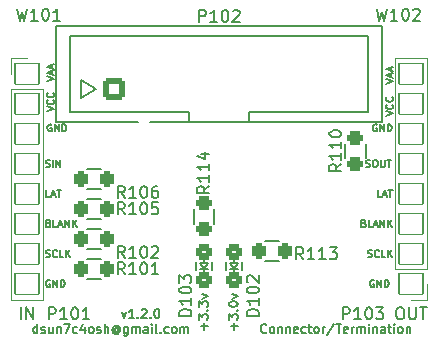
<source format=gbr>
G04 #@! TF.GenerationSoftware,KiCad,Pcbnew,8.0.6*
G04 #@! TF.CreationDate,2025-01-27T09:49:23-05:00*
G04 #@! TF.ProjectId,term,7465726d-2e6b-4696-9361-645f70636258,v1.2.0*
G04 #@! TF.SameCoordinates,Original*
G04 #@! TF.FileFunction,Legend,Top*
G04 #@! TF.FilePolarity,Positive*
%FSLAX46Y46*%
G04 Gerber Fmt 4.6, Leading zero omitted, Abs format (unit mm)*
G04 Created by KiCad (PCBNEW 8.0.6) date 2025-01-27 09:49:23*
%MOMM*%
%LPD*%
G01*
G04 APERTURE LIST*
G04 Aperture macros list*
%AMRoundRect*
0 Rectangle with rounded corners*
0 $1 Rounding radius*
0 $2 $3 $4 $5 $6 $7 $8 $9 X,Y pos of 4 corners*
0 Add a 4 corners polygon primitive as box body*
4,1,4,$2,$3,$4,$5,$6,$7,$8,$9,$2,$3,0*
0 Add four circle primitives for the rounded corners*
1,1,$1+$1,$2,$3*
1,1,$1+$1,$4,$5*
1,1,$1+$1,$6,$7*
1,1,$1+$1,$8,$9*
0 Add four rect primitives between the rounded corners*
20,1,$1+$1,$2,$3,$4,$5,0*
20,1,$1+$1,$4,$5,$6,$7,0*
20,1,$1+$1,$6,$7,$8,$9,0*
20,1,$1+$1,$8,$9,$2,$3,0*%
G04 Aperture macros list end*
%ADD10C,0.150000*%
%ADD11C,0.120000*%
%ADD12RoundRect,0.264286X0.675514X-0.675514X0.675514X0.675514X-0.675514X0.675514X-0.675514X-0.675514X0*%
%ADD13C,1.879600*%
%ADD14RoundRect,0.050800X-1.016000X-0.889000X1.016000X-0.889000X1.016000X0.889000X-1.016000X0.889000X0*%
%ADD15RoundRect,0.050800X1.016000X0.889000X-1.016000X0.889000X-1.016000X-0.889000X1.016000X-0.889000X0*%
%ADD16C,1.117600*%
%ADD17C,2.133600*%
%ADD18C,2.387600*%
%ADD19RoundRect,0.271167X0.429633X-0.379633X0.429633X0.379633X-0.429633X0.379633X-0.429633X-0.379633X0*%
%ADD20RoundRect,0.275400X-0.275400X-0.425400X0.275400X-0.425400X0.275400X0.425400X-0.275400X0.425400X0*%
%ADD21RoundRect,0.275400X0.275400X0.425400X-0.275400X0.425400X-0.275400X-0.425400X0.275400X-0.425400X0*%
%ADD22RoundRect,0.275400X-0.425400X0.275400X-0.425400X-0.275400X0.425400X-0.275400X0.425400X0.275400X0*%
%ADD23C,0.990600*%
G04 APERTURE END LIST*
D10*
X157054602Y-102825485D02*
X157140316Y-102854057D01*
X157140316Y-102854057D02*
X157168887Y-102882628D01*
X157168887Y-102882628D02*
X157197459Y-102939771D01*
X157197459Y-102939771D02*
X157197459Y-103025485D01*
X157197459Y-103025485D02*
X157168887Y-103082628D01*
X157168887Y-103082628D02*
X157140316Y-103111200D01*
X157140316Y-103111200D02*
X157083173Y-103139771D01*
X157083173Y-103139771D02*
X156854602Y-103139771D01*
X156854602Y-103139771D02*
X156854602Y-102539771D01*
X156854602Y-102539771D02*
X157054602Y-102539771D01*
X157054602Y-102539771D02*
X157111745Y-102568342D01*
X157111745Y-102568342D02*
X157140316Y-102596914D01*
X157140316Y-102596914D02*
X157168887Y-102654057D01*
X157168887Y-102654057D02*
X157168887Y-102711200D01*
X157168887Y-102711200D02*
X157140316Y-102768342D01*
X157140316Y-102768342D02*
X157111745Y-102796914D01*
X157111745Y-102796914D02*
X157054602Y-102825485D01*
X157054602Y-102825485D02*
X156854602Y-102825485D01*
X157740316Y-103139771D02*
X157454602Y-103139771D01*
X157454602Y-103139771D02*
X157454602Y-102539771D01*
X157911744Y-102968342D02*
X158197459Y-102968342D01*
X157854601Y-103139771D02*
X158054601Y-102539771D01*
X158054601Y-102539771D02*
X158254601Y-103139771D01*
X158454602Y-103139771D02*
X158454602Y-102539771D01*
X158454602Y-102539771D02*
X158797459Y-103139771D01*
X158797459Y-103139771D02*
X158797459Y-102539771D01*
X159083173Y-103139771D02*
X159083173Y-102539771D01*
X159426030Y-103139771D02*
X159168887Y-102796914D01*
X159426030Y-102539771D02*
X159083173Y-102882628D01*
X157914887Y-107648342D02*
X157857745Y-107619771D01*
X157857745Y-107619771D02*
X157772030Y-107619771D01*
X157772030Y-107619771D02*
X157686316Y-107648342D01*
X157686316Y-107648342D02*
X157629173Y-107705485D01*
X157629173Y-107705485D02*
X157600602Y-107762628D01*
X157600602Y-107762628D02*
X157572030Y-107876914D01*
X157572030Y-107876914D02*
X157572030Y-107962628D01*
X157572030Y-107962628D02*
X157600602Y-108076914D01*
X157600602Y-108076914D02*
X157629173Y-108134057D01*
X157629173Y-108134057D02*
X157686316Y-108191200D01*
X157686316Y-108191200D02*
X157772030Y-108219771D01*
X157772030Y-108219771D02*
X157829173Y-108219771D01*
X157829173Y-108219771D02*
X157914887Y-108191200D01*
X157914887Y-108191200D02*
X157943459Y-108162628D01*
X157943459Y-108162628D02*
X157943459Y-107962628D01*
X157943459Y-107962628D02*
X157829173Y-107962628D01*
X158200602Y-108219771D02*
X158200602Y-107619771D01*
X158200602Y-107619771D02*
X158543459Y-108219771D01*
X158543459Y-108219771D02*
X158543459Y-107619771D01*
X158829173Y-108219771D02*
X158829173Y-107619771D01*
X158829173Y-107619771D02*
X158972030Y-107619771D01*
X158972030Y-107619771D02*
X159057744Y-107648342D01*
X159057744Y-107648342D02*
X159114887Y-107705485D01*
X159114887Y-107705485D02*
X159143458Y-107762628D01*
X159143458Y-107762628D02*
X159172030Y-107876914D01*
X159172030Y-107876914D02*
X159172030Y-107962628D01*
X159172030Y-107962628D02*
X159143458Y-108076914D01*
X159143458Y-108076914D02*
X159114887Y-108134057D01*
X159114887Y-108134057D02*
X159057744Y-108191200D01*
X159057744Y-108191200D02*
X158972030Y-108219771D01*
X158972030Y-108219771D02*
X158829173Y-108219771D01*
X158168887Y-94468342D02*
X158111745Y-94439771D01*
X158111745Y-94439771D02*
X158026030Y-94439771D01*
X158026030Y-94439771D02*
X157940316Y-94468342D01*
X157940316Y-94468342D02*
X157883173Y-94525485D01*
X157883173Y-94525485D02*
X157854602Y-94582628D01*
X157854602Y-94582628D02*
X157826030Y-94696914D01*
X157826030Y-94696914D02*
X157826030Y-94782628D01*
X157826030Y-94782628D02*
X157854602Y-94896914D01*
X157854602Y-94896914D02*
X157883173Y-94954057D01*
X157883173Y-94954057D02*
X157940316Y-95011200D01*
X157940316Y-95011200D02*
X158026030Y-95039771D01*
X158026030Y-95039771D02*
X158083173Y-95039771D01*
X158083173Y-95039771D02*
X158168887Y-95011200D01*
X158168887Y-95011200D02*
X158197459Y-94982628D01*
X158197459Y-94982628D02*
X158197459Y-94782628D01*
X158197459Y-94782628D02*
X158083173Y-94782628D01*
X158454602Y-95039771D02*
X158454602Y-94439771D01*
X158454602Y-94439771D02*
X158797459Y-95039771D01*
X158797459Y-95039771D02*
X158797459Y-94439771D01*
X159083173Y-95039771D02*
X159083173Y-94439771D01*
X159083173Y-94439771D02*
X159226030Y-94439771D01*
X159226030Y-94439771D02*
X159311744Y-94468342D01*
X159311744Y-94468342D02*
X159368887Y-94525485D01*
X159368887Y-94525485D02*
X159397458Y-94582628D01*
X159397458Y-94582628D02*
X159426030Y-94696914D01*
X159426030Y-94696914D02*
X159426030Y-94782628D01*
X159426030Y-94782628D02*
X159397458Y-94896914D01*
X159397458Y-94896914D02*
X159368887Y-94954057D01*
X159368887Y-94954057D02*
X159311744Y-95011200D01*
X159311744Y-95011200D02*
X159226030Y-95039771D01*
X159226030Y-95039771D02*
X159083173Y-95039771D01*
X146103450Y-111827285D02*
X146103450Y-111255857D01*
X146389164Y-111541571D02*
X145817735Y-111541571D01*
X145639164Y-110970143D02*
X145639164Y-110505857D01*
X145639164Y-110505857D02*
X145924878Y-110755857D01*
X145924878Y-110755857D02*
X145924878Y-110648714D01*
X145924878Y-110648714D02*
X145960592Y-110577286D01*
X145960592Y-110577286D02*
X145996307Y-110541571D01*
X145996307Y-110541571D02*
X146067735Y-110505857D01*
X146067735Y-110505857D02*
X146246307Y-110505857D01*
X146246307Y-110505857D02*
X146317735Y-110541571D01*
X146317735Y-110541571D02*
X146353450Y-110577286D01*
X146353450Y-110577286D02*
X146389164Y-110648714D01*
X146389164Y-110648714D02*
X146389164Y-110863000D01*
X146389164Y-110863000D02*
X146353450Y-110934428D01*
X146353450Y-110934428D02*
X146317735Y-110970143D01*
X146317735Y-110184428D02*
X146353450Y-110148714D01*
X146353450Y-110148714D02*
X146389164Y-110184428D01*
X146389164Y-110184428D02*
X146353450Y-110220142D01*
X146353450Y-110220142D02*
X146317735Y-110184428D01*
X146317735Y-110184428D02*
X146389164Y-110184428D01*
X145639164Y-109684428D02*
X145639164Y-109612999D01*
X145639164Y-109612999D02*
X145674878Y-109541571D01*
X145674878Y-109541571D02*
X145710592Y-109505857D01*
X145710592Y-109505857D02*
X145782021Y-109470142D01*
X145782021Y-109470142D02*
X145924878Y-109434428D01*
X145924878Y-109434428D02*
X146103450Y-109434428D01*
X146103450Y-109434428D02*
X146246307Y-109470142D01*
X146246307Y-109470142D02*
X146317735Y-109505857D01*
X146317735Y-109505857D02*
X146353450Y-109541571D01*
X146353450Y-109541571D02*
X146389164Y-109612999D01*
X146389164Y-109612999D02*
X146389164Y-109684428D01*
X146389164Y-109684428D02*
X146353450Y-109755857D01*
X146353450Y-109755857D02*
X146317735Y-109791571D01*
X146317735Y-109791571D02*
X146246307Y-109827285D01*
X146246307Y-109827285D02*
X146103450Y-109862999D01*
X146103450Y-109862999D02*
X145924878Y-109862999D01*
X145924878Y-109862999D02*
X145782021Y-109827285D01*
X145782021Y-109827285D02*
X145710592Y-109791571D01*
X145710592Y-109791571D02*
X145674878Y-109755857D01*
X145674878Y-109755857D02*
X145639164Y-109684428D01*
X145889164Y-109184428D02*
X146389164Y-109005856D01*
X146389164Y-109005856D02*
X145889164Y-108827285D01*
X143563450Y-111827285D02*
X143563450Y-111255857D01*
X143849164Y-111541571D02*
X143277735Y-111541571D01*
X143099164Y-110970143D02*
X143099164Y-110505857D01*
X143099164Y-110505857D02*
X143384878Y-110755857D01*
X143384878Y-110755857D02*
X143384878Y-110648714D01*
X143384878Y-110648714D02*
X143420592Y-110577286D01*
X143420592Y-110577286D02*
X143456307Y-110541571D01*
X143456307Y-110541571D02*
X143527735Y-110505857D01*
X143527735Y-110505857D02*
X143706307Y-110505857D01*
X143706307Y-110505857D02*
X143777735Y-110541571D01*
X143777735Y-110541571D02*
X143813450Y-110577286D01*
X143813450Y-110577286D02*
X143849164Y-110648714D01*
X143849164Y-110648714D02*
X143849164Y-110863000D01*
X143849164Y-110863000D02*
X143813450Y-110934428D01*
X143813450Y-110934428D02*
X143777735Y-110970143D01*
X143777735Y-110184428D02*
X143813450Y-110148714D01*
X143813450Y-110148714D02*
X143849164Y-110184428D01*
X143849164Y-110184428D02*
X143813450Y-110220142D01*
X143813450Y-110220142D02*
X143777735Y-110184428D01*
X143777735Y-110184428D02*
X143849164Y-110184428D01*
X143099164Y-109898714D02*
X143099164Y-109434428D01*
X143099164Y-109434428D02*
X143384878Y-109684428D01*
X143384878Y-109684428D02*
X143384878Y-109577285D01*
X143384878Y-109577285D02*
X143420592Y-109505857D01*
X143420592Y-109505857D02*
X143456307Y-109470142D01*
X143456307Y-109470142D02*
X143527735Y-109434428D01*
X143527735Y-109434428D02*
X143706307Y-109434428D01*
X143706307Y-109434428D02*
X143777735Y-109470142D01*
X143777735Y-109470142D02*
X143813450Y-109505857D01*
X143813450Y-109505857D02*
X143849164Y-109577285D01*
X143849164Y-109577285D02*
X143849164Y-109791571D01*
X143849164Y-109791571D02*
X143813450Y-109862999D01*
X143813450Y-109862999D02*
X143777735Y-109898714D01*
X143349164Y-109184428D02*
X143849164Y-109005856D01*
X143849164Y-109005856D02*
X143349164Y-108827285D01*
X160036000Y-109944819D02*
X160226476Y-109944819D01*
X160226476Y-109944819D02*
X160321714Y-109992438D01*
X160321714Y-109992438D02*
X160416952Y-110087676D01*
X160416952Y-110087676D02*
X160464571Y-110278152D01*
X160464571Y-110278152D02*
X160464571Y-110611485D01*
X160464571Y-110611485D02*
X160416952Y-110801961D01*
X160416952Y-110801961D02*
X160321714Y-110897200D01*
X160321714Y-110897200D02*
X160226476Y-110944819D01*
X160226476Y-110944819D02*
X160036000Y-110944819D01*
X160036000Y-110944819D02*
X159940762Y-110897200D01*
X159940762Y-110897200D02*
X159845524Y-110801961D01*
X159845524Y-110801961D02*
X159797905Y-110611485D01*
X159797905Y-110611485D02*
X159797905Y-110278152D01*
X159797905Y-110278152D02*
X159845524Y-110087676D01*
X159845524Y-110087676D02*
X159940762Y-109992438D01*
X159940762Y-109992438D02*
X160036000Y-109944819D01*
X160893143Y-109944819D02*
X160893143Y-110754342D01*
X160893143Y-110754342D02*
X160940762Y-110849580D01*
X160940762Y-110849580D02*
X160988381Y-110897200D01*
X160988381Y-110897200D02*
X161083619Y-110944819D01*
X161083619Y-110944819D02*
X161274095Y-110944819D01*
X161274095Y-110944819D02*
X161369333Y-110897200D01*
X161369333Y-110897200D02*
X161416952Y-110849580D01*
X161416952Y-110849580D02*
X161464571Y-110754342D01*
X161464571Y-110754342D02*
X161464571Y-109944819D01*
X161797905Y-109944819D02*
X162369333Y-109944819D01*
X162083619Y-110944819D02*
X162083619Y-109944819D01*
X130362541Y-102825485D02*
X130448255Y-102854057D01*
X130448255Y-102854057D02*
X130476826Y-102882628D01*
X130476826Y-102882628D02*
X130505398Y-102939771D01*
X130505398Y-102939771D02*
X130505398Y-103025485D01*
X130505398Y-103025485D02*
X130476826Y-103082628D01*
X130476826Y-103082628D02*
X130448255Y-103111200D01*
X130448255Y-103111200D02*
X130391112Y-103139771D01*
X130391112Y-103139771D02*
X130162541Y-103139771D01*
X130162541Y-103139771D02*
X130162541Y-102539771D01*
X130162541Y-102539771D02*
X130362541Y-102539771D01*
X130362541Y-102539771D02*
X130419684Y-102568342D01*
X130419684Y-102568342D02*
X130448255Y-102596914D01*
X130448255Y-102596914D02*
X130476826Y-102654057D01*
X130476826Y-102654057D02*
X130476826Y-102711200D01*
X130476826Y-102711200D02*
X130448255Y-102768342D01*
X130448255Y-102768342D02*
X130419684Y-102796914D01*
X130419684Y-102796914D02*
X130362541Y-102825485D01*
X130362541Y-102825485D02*
X130162541Y-102825485D01*
X131048255Y-103139771D02*
X130762541Y-103139771D01*
X130762541Y-103139771D02*
X130762541Y-102539771D01*
X131219683Y-102968342D02*
X131505398Y-102968342D01*
X131162540Y-103139771D02*
X131362540Y-102539771D01*
X131362540Y-102539771D02*
X131562540Y-103139771D01*
X131762541Y-103139771D02*
X131762541Y-102539771D01*
X131762541Y-102539771D02*
X132105398Y-103139771D01*
X132105398Y-103139771D02*
X132105398Y-102539771D01*
X132391112Y-103139771D02*
X132391112Y-102539771D01*
X132733969Y-103139771D02*
X132476826Y-102796914D01*
X132733969Y-102539771D02*
X132391112Y-102882628D01*
X130225771Y-93316173D02*
X130825771Y-93116173D01*
X130825771Y-93116173D02*
X130225771Y-92916173D01*
X130768628Y-92373315D02*
X130797200Y-92401887D01*
X130797200Y-92401887D02*
X130825771Y-92487601D01*
X130825771Y-92487601D02*
X130825771Y-92544744D01*
X130825771Y-92544744D02*
X130797200Y-92630458D01*
X130797200Y-92630458D02*
X130740057Y-92687601D01*
X130740057Y-92687601D02*
X130682914Y-92716172D01*
X130682914Y-92716172D02*
X130568628Y-92744744D01*
X130568628Y-92744744D02*
X130482914Y-92744744D01*
X130482914Y-92744744D02*
X130368628Y-92716172D01*
X130368628Y-92716172D02*
X130311485Y-92687601D01*
X130311485Y-92687601D02*
X130254342Y-92630458D01*
X130254342Y-92630458D02*
X130225771Y-92544744D01*
X130225771Y-92544744D02*
X130225771Y-92487601D01*
X130225771Y-92487601D02*
X130254342Y-92401887D01*
X130254342Y-92401887D02*
X130282914Y-92373315D01*
X130768628Y-91773315D02*
X130797200Y-91801887D01*
X130797200Y-91801887D02*
X130825771Y-91887601D01*
X130825771Y-91887601D02*
X130825771Y-91944744D01*
X130825771Y-91944744D02*
X130797200Y-92030458D01*
X130797200Y-92030458D02*
X130740057Y-92087601D01*
X130740057Y-92087601D02*
X130682914Y-92116172D01*
X130682914Y-92116172D02*
X130568628Y-92144744D01*
X130568628Y-92144744D02*
X130482914Y-92144744D01*
X130482914Y-92144744D02*
X130368628Y-92116172D01*
X130368628Y-92116172D02*
X130311485Y-92087601D01*
X130311485Y-92087601D02*
X130254342Y-92030458D01*
X130254342Y-92030458D02*
X130225771Y-91944744D01*
X130225771Y-91944744D02*
X130225771Y-91887601D01*
X130225771Y-91887601D02*
X130254342Y-91801887D01*
X130254342Y-91801887D02*
X130282914Y-91773315D01*
X130448255Y-100599771D02*
X130162541Y-100599771D01*
X130162541Y-100599771D02*
X130162541Y-99999771D01*
X130619683Y-100428342D02*
X130905398Y-100428342D01*
X130562540Y-100599771D02*
X130762540Y-99999771D01*
X130762540Y-99999771D02*
X130962540Y-100599771D01*
X131076826Y-99999771D02*
X131419684Y-99999771D01*
X131248255Y-100599771D02*
X131248255Y-99999771D01*
X158927771Y-93703827D02*
X159527771Y-93503827D01*
X159527771Y-93503827D02*
X158927771Y-93303827D01*
X159470628Y-92760969D02*
X159499200Y-92789541D01*
X159499200Y-92789541D02*
X159527771Y-92875255D01*
X159527771Y-92875255D02*
X159527771Y-92932398D01*
X159527771Y-92932398D02*
X159499200Y-93018112D01*
X159499200Y-93018112D02*
X159442057Y-93075255D01*
X159442057Y-93075255D02*
X159384914Y-93103826D01*
X159384914Y-93103826D02*
X159270628Y-93132398D01*
X159270628Y-93132398D02*
X159184914Y-93132398D01*
X159184914Y-93132398D02*
X159070628Y-93103826D01*
X159070628Y-93103826D02*
X159013485Y-93075255D01*
X159013485Y-93075255D02*
X158956342Y-93018112D01*
X158956342Y-93018112D02*
X158927771Y-92932398D01*
X158927771Y-92932398D02*
X158927771Y-92875255D01*
X158927771Y-92875255D02*
X158956342Y-92789541D01*
X158956342Y-92789541D02*
X158984914Y-92760969D01*
X159470628Y-92160969D02*
X159499200Y-92189541D01*
X159499200Y-92189541D02*
X159527771Y-92275255D01*
X159527771Y-92275255D02*
X159527771Y-92332398D01*
X159527771Y-92332398D02*
X159499200Y-92418112D01*
X159499200Y-92418112D02*
X159442057Y-92475255D01*
X159442057Y-92475255D02*
X159384914Y-92503826D01*
X159384914Y-92503826D02*
X159270628Y-92532398D01*
X159270628Y-92532398D02*
X159184914Y-92532398D01*
X159184914Y-92532398D02*
X159070628Y-92503826D01*
X159070628Y-92503826D02*
X159013485Y-92475255D01*
X159013485Y-92475255D02*
X158956342Y-92418112D01*
X158956342Y-92418112D02*
X158927771Y-92332398D01*
X158927771Y-92332398D02*
X158927771Y-92275255D01*
X158927771Y-92275255D02*
X158956342Y-92189541D01*
X158956342Y-92189541D02*
X158984914Y-92160969D01*
X157241887Y-98031200D02*
X157327602Y-98059771D01*
X157327602Y-98059771D02*
X157470459Y-98059771D01*
X157470459Y-98059771D02*
X157527602Y-98031200D01*
X157527602Y-98031200D02*
X157556173Y-98002628D01*
X157556173Y-98002628D02*
X157584744Y-97945485D01*
X157584744Y-97945485D02*
X157584744Y-97888342D01*
X157584744Y-97888342D02*
X157556173Y-97831200D01*
X157556173Y-97831200D02*
X157527602Y-97802628D01*
X157527602Y-97802628D02*
X157470459Y-97774057D01*
X157470459Y-97774057D02*
X157356173Y-97745485D01*
X157356173Y-97745485D02*
X157299030Y-97716914D01*
X157299030Y-97716914D02*
X157270459Y-97688342D01*
X157270459Y-97688342D02*
X157241887Y-97631200D01*
X157241887Y-97631200D02*
X157241887Y-97574057D01*
X157241887Y-97574057D02*
X157270459Y-97516914D01*
X157270459Y-97516914D02*
X157299030Y-97488342D01*
X157299030Y-97488342D02*
X157356173Y-97459771D01*
X157356173Y-97459771D02*
X157499030Y-97459771D01*
X157499030Y-97459771D02*
X157584744Y-97488342D01*
X157956173Y-97459771D02*
X158070459Y-97459771D01*
X158070459Y-97459771D02*
X158127602Y-97488342D01*
X158127602Y-97488342D02*
X158184745Y-97545485D01*
X158184745Y-97545485D02*
X158213316Y-97659771D01*
X158213316Y-97659771D02*
X158213316Y-97859771D01*
X158213316Y-97859771D02*
X158184745Y-97974057D01*
X158184745Y-97974057D02*
X158127602Y-98031200D01*
X158127602Y-98031200D02*
X158070459Y-98059771D01*
X158070459Y-98059771D02*
X157956173Y-98059771D01*
X157956173Y-98059771D02*
X157899031Y-98031200D01*
X157899031Y-98031200D02*
X157841888Y-97974057D01*
X157841888Y-97974057D02*
X157813316Y-97859771D01*
X157813316Y-97859771D02*
X157813316Y-97659771D01*
X157813316Y-97659771D02*
X157841888Y-97545485D01*
X157841888Y-97545485D02*
X157899031Y-97488342D01*
X157899031Y-97488342D02*
X157956173Y-97459771D01*
X158470459Y-97459771D02*
X158470459Y-97945485D01*
X158470459Y-97945485D02*
X158499030Y-98002628D01*
X158499030Y-98002628D02*
X158527602Y-98031200D01*
X158527602Y-98031200D02*
X158584744Y-98059771D01*
X158584744Y-98059771D02*
X158699030Y-98059771D01*
X158699030Y-98059771D02*
X158756173Y-98031200D01*
X158756173Y-98031200D02*
X158784744Y-98002628D01*
X158784744Y-98002628D02*
X158813316Y-97945485D01*
X158813316Y-97945485D02*
X158813316Y-97459771D01*
X159013315Y-97459771D02*
X159356173Y-97459771D01*
X159184744Y-98059771D02*
X159184744Y-97459771D01*
X148811001Y-112027735D02*
X148775287Y-112063450D01*
X148775287Y-112063450D02*
X148668144Y-112099164D01*
X148668144Y-112099164D02*
X148596716Y-112099164D01*
X148596716Y-112099164D02*
X148489573Y-112063450D01*
X148489573Y-112063450D02*
X148418144Y-111992021D01*
X148418144Y-111992021D02*
X148382430Y-111920592D01*
X148382430Y-111920592D02*
X148346716Y-111777735D01*
X148346716Y-111777735D02*
X148346716Y-111670592D01*
X148346716Y-111670592D02*
X148382430Y-111527735D01*
X148382430Y-111527735D02*
X148418144Y-111456307D01*
X148418144Y-111456307D02*
X148489573Y-111384878D01*
X148489573Y-111384878D02*
X148596716Y-111349164D01*
X148596716Y-111349164D02*
X148668144Y-111349164D01*
X148668144Y-111349164D02*
X148775287Y-111384878D01*
X148775287Y-111384878D02*
X148811001Y-111420592D01*
X149239573Y-112099164D02*
X149168144Y-112063450D01*
X149168144Y-112063450D02*
X149132430Y-112027735D01*
X149132430Y-112027735D02*
X149096716Y-111956307D01*
X149096716Y-111956307D02*
X149096716Y-111742021D01*
X149096716Y-111742021D02*
X149132430Y-111670592D01*
X149132430Y-111670592D02*
X149168144Y-111634878D01*
X149168144Y-111634878D02*
X149239573Y-111599164D01*
X149239573Y-111599164D02*
X149346716Y-111599164D01*
X149346716Y-111599164D02*
X149418144Y-111634878D01*
X149418144Y-111634878D02*
X149453859Y-111670592D01*
X149453859Y-111670592D02*
X149489573Y-111742021D01*
X149489573Y-111742021D02*
X149489573Y-111956307D01*
X149489573Y-111956307D02*
X149453859Y-112027735D01*
X149453859Y-112027735D02*
X149418144Y-112063450D01*
X149418144Y-112063450D02*
X149346716Y-112099164D01*
X149346716Y-112099164D02*
X149239573Y-112099164D01*
X149811001Y-111599164D02*
X149811001Y-112099164D01*
X149811001Y-111670592D02*
X149846715Y-111634878D01*
X149846715Y-111634878D02*
X149918144Y-111599164D01*
X149918144Y-111599164D02*
X150025287Y-111599164D01*
X150025287Y-111599164D02*
X150096715Y-111634878D01*
X150096715Y-111634878D02*
X150132430Y-111706307D01*
X150132430Y-111706307D02*
X150132430Y-112099164D01*
X150489572Y-111599164D02*
X150489572Y-112099164D01*
X150489572Y-111670592D02*
X150525286Y-111634878D01*
X150525286Y-111634878D02*
X150596715Y-111599164D01*
X150596715Y-111599164D02*
X150703858Y-111599164D01*
X150703858Y-111599164D02*
X150775286Y-111634878D01*
X150775286Y-111634878D02*
X150811001Y-111706307D01*
X150811001Y-111706307D02*
X150811001Y-112099164D01*
X151453857Y-112063450D02*
X151382429Y-112099164D01*
X151382429Y-112099164D02*
X151239572Y-112099164D01*
X151239572Y-112099164D02*
X151168143Y-112063450D01*
X151168143Y-112063450D02*
X151132429Y-111992021D01*
X151132429Y-111992021D02*
X151132429Y-111706307D01*
X151132429Y-111706307D02*
X151168143Y-111634878D01*
X151168143Y-111634878D02*
X151239572Y-111599164D01*
X151239572Y-111599164D02*
X151382429Y-111599164D01*
X151382429Y-111599164D02*
X151453857Y-111634878D01*
X151453857Y-111634878D02*
X151489572Y-111706307D01*
X151489572Y-111706307D02*
X151489572Y-111777735D01*
X151489572Y-111777735D02*
X151132429Y-111849164D01*
X152132429Y-112063450D02*
X152061000Y-112099164D01*
X152061000Y-112099164D02*
X151918143Y-112099164D01*
X151918143Y-112099164D02*
X151846714Y-112063450D01*
X151846714Y-112063450D02*
X151811000Y-112027735D01*
X151811000Y-112027735D02*
X151775286Y-111956307D01*
X151775286Y-111956307D02*
X151775286Y-111742021D01*
X151775286Y-111742021D02*
X151811000Y-111670592D01*
X151811000Y-111670592D02*
X151846714Y-111634878D01*
X151846714Y-111634878D02*
X151918143Y-111599164D01*
X151918143Y-111599164D02*
X152061000Y-111599164D01*
X152061000Y-111599164D02*
X152132429Y-111634878D01*
X152346714Y-111599164D02*
X152632428Y-111599164D01*
X152453857Y-111349164D02*
X152453857Y-111992021D01*
X152453857Y-111992021D02*
X152489571Y-112063450D01*
X152489571Y-112063450D02*
X152561000Y-112099164D01*
X152561000Y-112099164D02*
X152632428Y-112099164D01*
X152989571Y-112099164D02*
X152918142Y-112063450D01*
X152918142Y-112063450D02*
X152882428Y-112027735D01*
X152882428Y-112027735D02*
X152846714Y-111956307D01*
X152846714Y-111956307D02*
X152846714Y-111742021D01*
X152846714Y-111742021D02*
X152882428Y-111670592D01*
X152882428Y-111670592D02*
X152918142Y-111634878D01*
X152918142Y-111634878D02*
X152989571Y-111599164D01*
X152989571Y-111599164D02*
X153096714Y-111599164D01*
X153096714Y-111599164D02*
X153168142Y-111634878D01*
X153168142Y-111634878D02*
X153203857Y-111670592D01*
X153203857Y-111670592D02*
X153239571Y-111742021D01*
X153239571Y-111742021D02*
X153239571Y-111956307D01*
X153239571Y-111956307D02*
X153203857Y-112027735D01*
X153203857Y-112027735D02*
X153168142Y-112063450D01*
X153168142Y-112063450D02*
X153096714Y-112099164D01*
X153096714Y-112099164D02*
X152989571Y-112099164D01*
X153560999Y-112099164D02*
X153560999Y-111599164D01*
X153560999Y-111742021D02*
X153596713Y-111670592D01*
X153596713Y-111670592D02*
X153632428Y-111634878D01*
X153632428Y-111634878D02*
X153703856Y-111599164D01*
X153703856Y-111599164D02*
X153775285Y-111599164D01*
X154560999Y-111313450D02*
X153918142Y-112277735D01*
X154703856Y-111349164D02*
X155132428Y-111349164D01*
X154918142Y-112099164D02*
X154918142Y-111349164D01*
X155668142Y-112063450D02*
X155596714Y-112099164D01*
X155596714Y-112099164D02*
X155453857Y-112099164D01*
X155453857Y-112099164D02*
X155382428Y-112063450D01*
X155382428Y-112063450D02*
X155346714Y-111992021D01*
X155346714Y-111992021D02*
X155346714Y-111706307D01*
X155346714Y-111706307D02*
X155382428Y-111634878D01*
X155382428Y-111634878D02*
X155453857Y-111599164D01*
X155453857Y-111599164D02*
X155596714Y-111599164D01*
X155596714Y-111599164D02*
X155668142Y-111634878D01*
X155668142Y-111634878D02*
X155703857Y-111706307D01*
X155703857Y-111706307D02*
X155703857Y-111777735D01*
X155703857Y-111777735D02*
X155346714Y-111849164D01*
X156025285Y-112099164D02*
X156025285Y-111599164D01*
X156025285Y-111742021D02*
X156060999Y-111670592D01*
X156060999Y-111670592D02*
X156096714Y-111634878D01*
X156096714Y-111634878D02*
X156168142Y-111599164D01*
X156168142Y-111599164D02*
X156239571Y-111599164D01*
X156489571Y-112099164D02*
X156489571Y-111599164D01*
X156489571Y-111670592D02*
X156525285Y-111634878D01*
X156525285Y-111634878D02*
X156596714Y-111599164D01*
X156596714Y-111599164D02*
X156703857Y-111599164D01*
X156703857Y-111599164D02*
X156775285Y-111634878D01*
X156775285Y-111634878D02*
X156811000Y-111706307D01*
X156811000Y-111706307D02*
X156811000Y-112099164D01*
X156811000Y-111706307D02*
X156846714Y-111634878D01*
X156846714Y-111634878D02*
X156918142Y-111599164D01*
X156918142Y-111599164D02*
X157025285Y-111599164D01*
X157025285Y-111599164D02*
X157096714Y-111634878D01*
X157096714Y-111634878D02*
X157132428Y-111706307D01*
X157132428Y-111706307D02*
X157132428Y-112099164D01*
X157489571Y-112099164D02*
X157489571Y-111599164D01*
X157489571Y-111349164D02*
X157453857Y-111384878D01*
X157453857Y-111384878D02*
X157489571Y-111420592D01*
X157489571Y-111420592D02*
X157525285Y-111384878D01*
X157525285Y-111384878D02*
X157489571Y-111349164D01*
X157489571Y-111349164D02*
X157489571Y-111420592D01*
X157846714Y-111599164D02*
X157846714Y-112099164D01*
X157846714Y-111670592D02*
X157882428Y-111634878D01*
X157882428Y-111634878D02*
X157953857Y-111599164D01*
X157953857Y-111599164D02*
X158061000Y-111599164D01*
X158061000Y-111599164D02*
X158132428Y-111634878D01*
X158132428Y-111634878D02*
X158168143Y-111706307D01*
X158168143Y-111706307D02*
X158168143Y-112099164D01*
X158846714Y-112099164D02*
X158846714Y-111706307D01*
X158846714Y-111706307D02*
X158810999Y-111634878D01*
X158810999Y-111634878D02*
X158739571Y-111599164D01*
X158739571Y-111599164D02*
X158596714Y-111599164D01*
X158596714Y-111599164D02*
X158525285Y-111634878D01*
X158846714Y-112063450D02*
X158775285Y-112099164D01*
X158775285Y-112099164D02*
X158596714Y-112099164D01*
X158596714Y-112099164D02*
X158525285Y-112063450D01*
X158525285Y-112063450D02*
X158489571Y-111992021D01*
X158489571Y-111992021D02*
X158489571Y-111920592D01*
X158489571Y-111920592D02*
X158525285Y-111849164D01*
X158525285Y-111849164D02*
X158596714Y-111813450D01*
X158596714Y-111813450D02*
X158775285Y-111813450D01*
X158775285Y-111813450D02*
X158846714Y-111777735D01*
X159096713Y-111599164D02*
X159382427Y-111599164D01*
X159203856Y-111349164D02*
X159203856Y-111992021D01*
X159203856Y-111992021D02*
X159239570Y-112063450D01*
X159239570Y-112063450D02*
X159310999Y-112099164D01*
X159310999Y-112099164D02*
X159382427Y-112099164D01*
X159632427Y-112099164D02*
X159632427Y-111599164D01*
X159632427Y-111349164D02*
X159596713Y-111384878D01*
X159596713Y-111384878D02*
X159632427Y-111420592D01*
X159632427Y-111420592D02*
X159668141Y-111384878D01*
X159668141Y-111384878D02*
X159632427Y-111349164D01*
X159632427Y-111349164D02*
X159632427Y-111420592D01*
X160096713Y-112099164D02*
X160025284Y-112063450D01*
X160025284Y-112063450D02*
X159989570Y-112027735D01*
X159989570Y-112027735D02*
X159953856Y-111956307D01*
X159953856Y-111956307D02*
X159953856Y-111742021D01*
X159953856Y-111742021D02*
X159989570Y-111670592D01*
X159989570Y-111670592D02*
X160025284Y-111634878D01*
X160025284Y-111634878D02*
X160096713Y-111599164D01*
X160096713Y-111599164D02*
X160203856Y-111599164D01*
X160203856Y-111599164D02*
X160275284Y-111634878D01*
X160275284Y-111634878D02*
X160310999Y-111670592D01*
X160310999Y-111670592D02*
X160346713Y-111742021D01*
X160346713Y-111742021D02*
X160346713Y-111956307D01*
X160346713Y-111956307D02*
X160310999Y-112027735D01*
X160310999Y-112027735D02*
X160275284Y-112063450D01*
X160275284Y-112063450D02*
X160203856Y-112099164D01*
X160203856Y-112099164D02*
X160096713Y-112099164D01*
X160668141Y-111599164D02*
X160668141Y-112099164D01*
X160668141Y-111670592D02*
X160703855Y-111634878D01*
X160703855Y-111634878D02*
X160775284Y-111599164D01*
X160775284Y-111599164D02*
X160882427Y-111599164D01*
X160882427Y-111599164D02*
X160953855Y-111634878D01*
X160953855Y-111634878D02*
X160989570Y-111706307D01*
X160989570Y-111706307D02*
X160989570Y-112099164D01*
X136568856Y-110329164D02*
X136747428Y-110829164D01*
X136747428Y-110829164D02*
X136925999Y-110329164D01*
X137604571Y-110829164D02*
X137176000Y-110829164D01*
X137390285Y-110829164D02*
X137390285Y-110079164D01*
X137390285Y-110079164D02*
X137318857Y-110186307D01*
X137318857Y-110186307D02*
X137247428Y-110257735D01*
X137247428Y-110257735D02*
X137176000Y-110293450D01*
X137926000Y-110757735D02*
X137961714Y-110793450D01*
X137961714Y-110793450D02*
X137926000Y-110829164D01*
X137926000Y-110829164D02*
X137890286Y-110793450D01*
X137890286Y-110793450D02*
X137926000Y-110757735D01*
X137926000Y-110757735D02*
X137926000Y-110829164D01*
X138247429Y-110150592D02*
X138283143Y-110114878D01*
X138283143Y-110114878D02*
X138354572Y-110079164D01*
X138354572Y-110079164D02*
X138533143Y-110079164D01*
X138533143Y-110079164D02*
X138604572Y-110114878D01*
X138604572Y-110114878D02*
X138640286Y-110150592D01*
X138640286Y-110150592D02*
X138676000Y-110222021D01*
X138676000Y-110222021D02*
X138676000Y-110293450D01*
X138676000Y-110293450D02*
X138640286Y-110400592D01*
X138640286Y-110400592D02*
X138211714Y-110829164D01*
X138211714Y-110829164D02*
X138676000Y-110829164D01*
X138997429Y-110757735D02*
X139033143Y-110793450D01*
X139033143Y-110793450D02*
X138997429Y-110829164D01*
X138997429Y-110829164D02*
X138961715Y-110793450D01*
X138961715Y-110793450D02*
X138997429Y-110757735D01*
X138997429Y-110757735D02*
X138997429Y-110829164D01*
X139497429Y-110079164D02*
X139568858Y-110079164D01*
X139568858Y-110079164D02*
X139640286Y-110114878D01*
X139640286Y-110114878D02*
X139676001Y-110150592D01*
X139676001Y-110150592D02*
X139711715Y-110222021D01*
X139711715Y-110222021D02*
X139747429Y-110364878D01*
X139747429Y-110364878D02*
X139747429Y-110543450D01*
X139747429Y-110543450D02*
X139711715Y-110686307D01*
X139711715Y-110686307D02*
X139676001Y-110757735D01*
X139676001Y-110757735D02*
X139640286Y-110793450D01*
X139640286Y-110793450D02*
X139568858Y-110829164D01*
X139568858Y-110829164D02*
X139497429Y-110829164D01*
X139497429Y-110829164D02*
X139426001Y-110793450D01*
X139426001Y-110793450D02*
X139390286Y-110757735D01*
X139390286Y-110757735D02*
X139354572Y-110686307D01*
X139354572Y-110686307D02*
X139318858Y-110543450D01*
X139318858Y-110543450D02*
X139318858Y-110364878D01*
X139318858Y-110364878D02*
X139354572Y-110222021D01*
X139354572Y-110222021D02*
X139390286Y-110150592D01*
X139390286Y-110150592D02*
X139426001Y-110114878D01*
X139426001Y-110114878D02*
X139497429Y-110079164D01*
X128000191Y-110944819D02*
X128000191Y-109944819D01*
X128476381Y-110944819D02*
X128476381Y-109944819D01*
X128476381Y-109944819D02*
X129047809Y-110944819D01*
X129047809Y-110944819D02*
X129047809Y-109944819D01*
X158511744Y-100599771D02*
X158226030Y-100599771D01*
X158226030Y-100599771D02*
X158226030Y-99999771D01*
X158683172Y-100428342D02*
X158968887Y-100428342D01*
X158626029Y-100599771D02*
X158826029Y-99999771D01*
X158826029Y-99999771D02*
X159026029Y-100599771D01*
X159140315Y-99999771D02*
X159483173Y-99999771D01*
X159311744Y-100599771D02*
X159311744Y-99999771D01*
X130133969Y-105651200D02*
X130219684Y-105679771D01*
X130219684Y-105679771D02*
X130362541Y-105679771D01*
X130362541Y-105679771D02*
X130419684Y-105651200D01*
X130419684Y-105651200D02*
X130448255Y-105622628D01*
X130448255Y-105622628D02*
X130476826Y-105565485D01*
X130476826Y-105565485D02*
X130476826Y-105508342D01*
X130476826Y-105508342D02*
X130448255Y-105451200D01*
X130448255Y-105451200D02*
X130419684Y-105422628D01*
X130419684Y-105422628D02*
X130362541Y-105394057D01*
X130362541Y-105394057D02*
X130248255Y-105365485D01*
X130248255Y-105365485D02*
X130191112Y-105336914D01*
X130191112Y-105336914D02*
X130162541Y-105308342D01*
X130162541Y-105308342D02*
X130133969Y-105251200D01*
X130133969Y-105251200D02*
X130133969Y-105194057D01*
X130133969Y-105194057D02*
X130162541Y-105136914D01*
X130162541Y-105136914D02*
X130191112Y-105108342D01*
X130191112Y-105108342D02*
X130248255Y-105079771D01*
X130248255Y-105079771D02*
X130391112Y-105079771D01*
X130391112Y-105079771D02*
X130476826Y-105108342D01*
X131076827Y-105622628D02*
X131048255Y-105651200D01*
X131048255Y-105651200D02*
X130962541Y-105679771D01*
X130962541Y-105679771D02*
X130905398Y-105679771D01*
X130905398Y-105679771D02*
X130819684Y-105651200D01*
X130819684Y-105651200D02*
X130762541Y-105594057D01*
X130762541Y-105594057D02*
X130733970Y-105536914D01*
X130733970Y-105536914D02*
X130705398Y-105422628D01*
X130705398Y-105422628D02*
X130705398Y-105336914D01*
X130705398Y-105336914D02*
X130733970Y-105222628D01*
X130733970Y-105222628D02*
X130762541Y-105165485D01*
X130762541Y-105165485D02*
X130819684Y-105108342D01*
X130819684Y-105108342D02*
X130905398Y-105079771D01*
X130905398Y-105079771D02*
X130962541Y-105079771D01*
X130962541Y-105079771D02*
X131048255Y-105108342D01*
X131048255Y-105108342D02*
X131076827Y-105136914D01*
X131619684Y-105679771D02*
X131333970Y-105679771D01*
X131333970Y-105679771D02*
X131333970Y-105079771D01*
X131819684Y-105679771D02*
X131819684Y-105079771D01*
X132162541Y-105679771D02*
X131905398Y-105336914D01*
X132162541Y-105079771D02*
X131819684Y-105422628D01*
X130603826Y-94468342D02*
X130546684Y-94439771D01*
X130546684Y-94439771D02*
X130460969Y-94439771D01*
X130460969Y-94439771D02*
X130375255Y-94468342D01*
X130375255Y-94468342D02*
X130318112Y-94525485D01*
X130318112Y-94525485D02*
X130289541Y-94582628D01*
X130289541Y-94582628D02*
X130260969Y-94696914D01*
X130260969Y-94696914D02*
X130260969Y-94782628D01*
X130260969Y-94782628D02*
X130289541Y-94896914D01*
X130289541Y-94896914D02*
X130318112Y-94954057D01*
X130318112Y-94954057D02*
X130375255Y-95011200D01*
X130375255Y-95011200D02*
X130460969Y-95039771D01*
X130460969Y-95039771D02*
X130518112Y-95039771D01*
X130518112Y-95039771D02*
X130603826Y-95011200D01*
X130603826Y-95011200D02*
X130632398Y-94982628D01*
X130632398Y-94982628D02*
X130632398Y-94782628D01*
X130632398Y-94782628D02*
X130518112Y-94782628D01*
X130889541Y-95039771D02*
X130889541Y-94439771D01*
X130889541Y-94439771D02*
X131232398Y-95039771D01*
X131232398Y-95039771D02*
X131232398Y-94439771D01*
X131518112Y-95039771D02*
X131518112Y-94439771D01*
X131518112Y-94439771D02*
X131660969Y-94439771D01*
X131660969Y-94439771D02*
X131746683Y-94468342D01*
X131746683Y-94468342D02*
X131803826Y-94525485D01*
X131803826Y-94525485D02*
X131832397Y-94582628D01*
X131832397Y-94582628D02*
X131860969Y-94696914D01*
X131860969Y-94696914D02*
X131860969Y-94782628D01*
X131860969Y-94782628D02*
X131832397Y-94896914D01*
X131832397Y-94896914D02*
X131803826Y-94954057D01*
X131803826Y-94954057D02*
X131746683Y-95011200D01*
X131746683Y-95011200D02*
X131660969Y-95039771D01*
X131660969Y-95039771D02*
X131518112Y-95039771D01*
X158927771Y-90992399D02*
X159527771Y-90792399D01*
X159527771Y-90792399D02*
X158927771Y-90592399D01*
X159356342Y-90420970D02*
X159356342Y-90135256D01*
X159527771Y-90478113D02*
X158927771Y-90278113D01*
X158927771Y-90278113D02*
X159527771Y-90078113D01*
X159356342Y-89906684D02*
X159356342Y-89620970D01*
X159527771Y-89963827D02*
X158927771Y-89763827D01*
X158927771Y-89763827D02*
X159527771Y-89563827D01*
X130476826Y-107648342D02*
X130419684Y-107619771D01*
X130419684Y-107619771D02*
X130333969Y-107619771D01*
X130333969Y-107619771D02*
X130248255Y-107648342D01*
X130248255Y-107648342D02*
X130191112Y-107705485D01*
X130191112Y-107705485D02*
X130162541Y-107762628D01*
X130162541Y-107762628D02*
X130133969Y-107876914D01*
X130133969Y-107876914D02*
X130133969Y-107962628D01*
X130133969Y-107962628D02*
X130162541Y-108076914D01*
X130162541Y-108076914D02*
X130191112Y-108134057D01*
X130191112Y-108134057D02*
X130248255Y-108191200D01*
X130248255Y-108191200D02*
X130333969Y-108219771D01*
X130333969Y-108219771D02*
X130391112Y-108219771D01*
X130391112Y-108219771D02*
X130476826Y-108191200D01*
X130476826Y-108191200D02*
X130505398Y-108162628D01*
X130505398Y-108162628D02*
X130505398Y-107962628D01*
X130505398Y-107962628D02*
X130391112Y-107962628D01*
X130762541Y-108219771D02*
X130762541Y-107619771D01*
X130762541Y-107619771D02*
X131105398Y-108219771D01*
X131105398Y-108219771D02*
X131105398Y-107619771D01*
X131391112Y-108219771D02*
X131391112Y-107619771D01*
X131391112Y-107619771D02*
X131533969Y-107619771D01*
X131533969Y-107619771D02*
X131619683Y-107648342D01*
X131619683Y-107648342D02*
X131676826Y-107705485D01*
X131676826Y-107705485D02*
X131705397Y-107762628D01*
X131705397Y-107762628D02*
X131733969Y-107876914D01*
X131733969Y-107876914D02*
X131733969Y-107962628D01*
X131733969Y-107962628D02*
X131705397Y-108076914D01*
X131705397Y-108076914D02*
X131676826Y-108134057D01*
X131676826Y-108134057D02*
X131619683Y-108191200D01*
X131619683Y-108191200D02*
X131533969Y-108219771D01*
X131533969Y-108219771D02*
X131391112Y-108219771D01*
X130133969Y-98031200D02*
X130219684Y-98059771D01*
X130219684Y-98059771D02*
X130362541Y-98059771D01*
X130362541Y-98059771D02*
X130419684Y-98031200D01*
X130419684Y-98031200D02*
X130448255Y-98002628D01*
X130448255Y-98002628D02*
X130476826Y-97945485D01*
X130476826Y-97945485D02*
X130476826Y-97888342D01*
X130476826Y-97888342D02*
X130448255Y-97831200D01*
X130448255Y-97831200D02*
X130419684Y-97802628D01*
X130419684Y-97802628D02*
X130362541Y-97774057D01*
X130362541Y-97774057D02*
X130248255Y-97745485D01*
X130248255Y-97745485D02*
X130191112Y-97716914D01*
X130191112Y-97716914D02*
X130162541Y-97688342D01*
X130162541Y-97688342D02*
X130133969Y-97631200D01*
X130133969Y-97631200D02*
X130133969Y-97574057D01*
X130133969Y-97574057D02*
X130162541Y-97516914D01*
X130162541Y-97516914D02*
X130191112Y-97488342D01*
X130191112Y-97488342D02*
X130248255Y-97459771D01*
X130248255Y-97459771D02*
X130391112Y-97459771D01*
X130391112Y-97459771D02*
X130476826Y-97488342D01*
X130733970Y-98059771D02*
X130733970Y-97459771D01*
X131019684Y-98059771D02*
X131019684Y-97459771D01*
X131019684Y-97459771D02*
X131362541Y-98059771D01*
X131362541Y-98059771D02*
X131362541Y-97459771D01*
X130225771Y-90776173D02*
X130825771Y-90576173D01*
X130825771Y-90576173D02*
X130225771Y-90376173D01*
X130654342Y-90204744D02*
X130654342Y-89919030D01*
X130825771Y-90261887D02*
X130225771Y-90061887D01*
X130225771Y-90061887D02*
X130825771Y-89861887D01*
X130654342Y-89690458D02*
X130654342Y-89404744D01*
X130825771Y-89747601D02*
X130225771Y-89547601D01*
X130225771Y-89547601D02*
X130825771Y-89347601D01*
X129421716Y-112099164D02*
X129421716Y-111349164D01*
X129421716Y-112063450D02*
X129350287Y-112099164D01*
X129350287Y-112099164D02*
X129207430Y-112099164D01*
X129207430Y-112099164D02*
X129136001Y-112063450D01*
X129136001Y-112063450D02*
X129100287Y-112027735D01*
X129100287Y-112027735D02*
X129064573Y-111956307D01*
X129064573Y-111956307D02*
X129064573Y-111742021D01*
X129064573Y-111742021D02*
X129100287Y-111670592D01*
X129100287Y-111670592D02*
X129136001Y-111634878D01*
X129136001Y-111634878D02*
X129207430Y-111599164D01*
X129207430Y-111599164D02*
X129350287Y-111599164D01*
X129350287Y-111599164D02*
X129421716Y-111634878D01*
X129743144Y-112063450D02*
X129814572Y-112099164D01*
X129814572Y-112099164D02*
X129957429Y-112099164D01*
X129957429Y-112099164D02*
X130028858Y-112063450D01*
X130028858Y-112063450D02*
X130064572Y-111992021D01*
X130064572Y-111992021D02*
X130064572Y-111956307D01*
X130064572Y-111956307D02*
X130028858Y-111884878D01*
X130028858Y-111884878D02*
X129957429Y-111849164D01*
X129957429Y-111849164D02*
X129850287Y-111849164D01*
X129850287Y-111849164D02*
X129778858Y-111813450D01*
X129778858Y-111813450D02*
X129743144Y-111742021D01*
X129743144Y-111742021D02*
X129743144Y-111706307D01*
X129743144Y-111706307D02*
X129778858Y-111634878D01*
X129778858Y-111634878D02*
X129850287Y-111599164D01*
X129850287Y-111599164D02*
X129957429Y-111599164D01*
X129957429Y-111599164D02*
X130028858Y-111634878D01*
X130707430Y-111599164D02*
X130707430Y-112099164D01*
X130386001Y-111599164D02*
X130386001Y-111992021D01*
X130386001Y-111992021D02*
X130421715Y-112063450D01*
X130421715Y-112063450D02*
X130493144Y-112099164D01*
X130493144Y-112099164D02*
X130600287Y-112099164D01*
X130600287Y-112099164D02*
X130671715Y-112063450D01*
X130671715Y-112063450D02*
X130707430Y-112027735D01*
X131064572Y-111599164D02*
X131064572Y-112099164D01*
X131064572Y-111670592D02*
X131100286Y-111634878D01*
X131100286Y-111634878D02*
X131171715Y-111599164D01*
X131171715Y-111599164D02*
X131278858Y-111599164D01*
X131278858Y-111599164D02*
X131350286Y-111634878D01*
X131350286Y-111634878D02*
X131386001Y-111706307D01*
X131386001Y-111706307D02*
X131386001Y-112099164D01*
X131671714Y-111349164D02*
X132171714Y-111349164D01*
X132171714Y-111349164D02*
X131850286Y-112099164D01*
X132778858Y-112063450D02*
X132707429Y-112099164D01*
X132707429Y-112099164D02*
X132564572Y-112099164D01*
X132564572Y-112099164D02*
X132493143Y-112063450D01*
X132493143Y-112063450D02*
X132457429Y-112027735D01*
X132457429Y-112027735D02*
X132421715Y-111956307D01*
X132421715Y-111956307D02*
X132421715Y-111742021D01*
X132421715Y-111742021D02*
X132457429Y-111670592D01*
X132457429Y-111670592D02*
X132493143Y-111634878D01*
X132493143Y-111634878D02*
X132564572Y-111599164D01*
X132564572Y-111599164D02*
X132707429Y-111599164D01*
X132707429Y-111599164D02*
X132778858Y-111634878D01*
X133421715Y-111599164D02*
X133421715Y-112099164D01*
X133243143Y-111313450D02*
X133064572Y-111849164D01*
X133064572Y-111849164D02*
X133528857Y-111849164D01*
X133921715Y-112099164D02*
X133850286Y-112063450D01*
X133850286Y-112063450D02*
X133814572Y-112027735D01*
X133814572Y-112027735D02*
X133778858Y-111956307D01*
X133778858Y-111956307D02*
X133778858Y-111742021D01*
X133778858Y-111742021D02*
X133814572Y-111670592D01*
X133814572Y-111670592D02*
X133850286Y-111634878D01*
X133850286Y-111634878D02*
X133921715Y-111599164D01*
X133921715Y-111599164D02*
X134028858Y-111599164D01*
X134028858Y-111599164D02*
X134100286Y-111634878D01*
X134100286Y-111634878D02*
X134136001Y-111670592D01*
X134136001Y-111670592D02*
X134171715Y-111742021D01*
X134171715Y-111742021D02*
X134171715Y-111956307D01*
X134171715Y-111956307D02*
X134136001Y-112027735D01*
X134136001Y-112027735D02*
X134100286Y-112063450D01*
X134100286Y-112063450D02*
X134028858Y-112099164D01*
X134028858Y-112099164D02*
X133921715Y-112099164D01*
X134457429Y-112063450D02*
X134528857Y-112099164D01*
X134528857Y-112099164D02*
X134671714Y-112099164D01*
X134671714Y-112099164D02*
X134743143Y-112063450D01*
X134743143Y-112063450D02*
X134778857Y-111992021D01*
X134778857Y-111992021D02*
X134778857Y-111956307D01*
X134778857Y-111956307D02*
X134743143Y-111884878D01*
X134743143Y-111884878D02*
X134671714Y-111849164D01*
X134671714Y-111849164D02*
X134564572Y-111849164D01*
X134564572Y-111849164D02*
X134493143Y-111813450D01*
X134493143Y-111813450D02*
X134457429Y-111742021D01*
X134457429Y-111742021D02*
X134457429Y-111706307D01*
X134457429Y-111706307D02*
X134493143Y-111634878D01*
X134493143Y-111634878D02*
X134564572Y-111599164D01*
X134564572Y-111599164D02*
X134671714Y-111599164D01*
X134671714Y-111599164D02*
X134743143Y-111634878D01*
X135100286Y-112099164D02*
X135100286Y-111349164D01*
X135421715Y-112099164D02*
X135421715Y-111706307D01*
X135421715Y-111706307D02*
X135386000Y-111634878D01*
X135386000Y-111634878D02*
X135314572Y-111599164D01*
X135314572Y-111599164D02*
X135207429Y-111599164D01*
X135207429Y-111599164D02*
X135136000Y-111634878D01*
X135136000Y-111634878D02*
X135100286Y-111670592D01*
X136243143Y-111742021D02*
X136207428Y-111706307D01*
X136207428Y-111706307D02*
X136136000Y-111670592D01*
X136136000Y-111670592D02*
X136064571Y-111670592D01*
X136064571Y-111670592D02*
X135993143Y-111706307D01*
X135993143Y-111706307D02*
X135957428Y-111742021D01*
X135957428Y-111742021D02*
X135921714Y-111813450D01*
X135921714Y-111813450D02*
X135921714Y-111884878D01*
X135921714Y-111884878D02*
X135957428Y-111956307D01*
X135957428Y-111956307D02*
X135993143Y-111992021D01*
X135993143Y-111992021D02*
X136064571Y-112027735D01*
X136064571Y-112027735D02*
X136136000Y-112027735D01*
X136136000Y-112027735D02*
X136207428Y-111992021D01*
X136207428Y-111992021D02*
X136243143Y-111956307D01*
X136243143Y-111670592D02*
X136243143Y-111956307D01*
X136243143Y-111956307D02*
X136278857Y-111992021D01*
X136278857Y-111992021D02*
X136314571Y-111992021D01*
X136314571Y-111992021D02*
X136386000Y-111956307D01*
X136386000Y-111956307D02*
X136421714Y-111884878D01*
X136421714Y-111884878D02*
X136421714Y-111706307D01*
X136421714Y-111706307D02*
X136350286Y-111599164D01*
X136350286Y-111599164D02*
X136243143Y-111527735D01*
X136243143Y-111527735D02*
X136100286Y-111492021D01*
X136100286Y-111492021D02*
X135957428Y-111527735D01*
X135957428Y-111527735D02*
X135850286Y-111599164D01*
X135850286Y-111599164D02*
X135778857Y-111706307D01*
X135778857Y-111706307D02*
X135743143Y-111849164D01*
X135743143Y-111849164D02*
X135778857Y-111992021D01*
X135778857Y-111992021D02*
X135850286Y-112099164D01*
X135850286Y-112099164D02*
X135957428Y-112170592D01*
X135957428Y-112170592D02*
X136100286Y-112206307D01*
X136100286Y-112206307D02*
X136243143Y-112170592D01*
X136243143Y-112170592D02*
X136350286Y-112099164D01*
X137064572Y-111599164D02*
X137064572Y-112206307D01*
X137064572Y-112206307D02*
X137028857Y-112277735D01*
X137028857Y-112277735D02*
X136993143Y-112313450D01*
X136993143Y-112313450D02*
X136921714Y-112349164D01*
X136921714Y-112349164D02*
X136814572Y-112349164D01*
X136814572Y-112349164D02*
X136743143Y-112313450D01*
X137064572Y-112063450D02*
X136993143Y-112099164D01*
X136993143Y-112099164D02*
X136850286Y-112099164D01*
X136850286Y-112099164D02*
X136778857Y-112063450D01*
X136778857Y-112063450D02*
X136743143Y-112027735D01*
X136743143Y-112027735D02*
X136707429Y-111956307D01*
X136707429Y-111956307D02*
X136707429Y-111742021D01*
X136707429Y-111742021D02*
X136743143Y-111670592D01*
X136743143Y-111670592D02*
X136778857Y-111634878D01*
X136778857Y-111634878D02*
X136850286Y-111599164D01*
X136850286Y-111599164D02*
X136993143Y-111599164D01*
X136993143Y-111599164D02*
X137064572Y-111634878D01*
X137421714Y-112099164D02*
X137421714Y-111599164D01*
X137421714Y-111670592D02*
X137457428Y-111634878D01*
X137457428Y-111634878D02*
X137528857Y-111599164D01*
X137528857Y-111599164D02*
X137636000Y-111599164D01*
X137636000Y-111599164D02*
X137707428Y-111634878D01*
X137707428Y-111634878D02*
X137743143Y-111706307D01*
X137743143Y-111706307D02*
X137743143Y-112099164D01*
X137743143Y-111706307D02*
X137778857Y-111634878D01*
X137778857Y-111634878D02*
X137850285Y-111599164D01*
X137850285Y-111599164D02*
X137957428Y-111599164D01*
X137957428Y-111599164D02*
X138028857Y-111634878D01*
X138028857Y-111634878D02*
X138064571Y-111706307D01*
X138064571Y-111706307D02*
X138064571Y-112099164D01*
X138743143Y-112099164D02*
X138743143Y-111706307D01*
X138743143Y-111706307D02*
X138707428Y-111634878D01*
X138707428Y-111634878D02*
X138636000Y-111599164D01*
X138636000Y-111599164D02*
X138493143Y-111599164D01*
X138493143Y-111599164D02*
X138421714Y-111634878D01*
X138743143Y-112063450D02*
X138671714Y-112099164D01*
X138671714Y-112099164D02*
X138493143Y-112099164D01*
X138493143Y-112099164D02*
X138421714Y-112063450D01*
X138421714Y-112063450D02*
X138386000Y-111992021D01*
X138386000Y-111992021D02*
X138386000Y-111920592D01*
X138386000Y-111920592D02*
X138421714Y-111849164D01*
X138421714Y-111849164D02*
X138493143Y-111813450D01*
X138493143Y-111813450D02*
X138671714Y-111813450D01*
X138671714Y-111813450D02*
X138743143Y-111777735D01*
X139100285Y-112099164D02*
X139100285Y-111599164D01*
X139100285Y-111349164D02*
X139064571Y-111384878D01*
X139064571Y-111384878D02*
X139100285Y-111420592D01*
X139100285Y-111420592D02*
X139135999Y-111384878D01*
X139135999Y-111384878D02*
X139100285Y-111349164D01*
X139100285Y-111349164D02*
X139100285Y-111420592D01*
X139564571Y-112099164D02*
X139493142Y-112063450D01*
X139493142Y-112063450D02*
X139457428Y-111992021D01*
X139457428Y-111992021D02*
X139457428Y-111349164D01*
X139850285Y-112027735D02*
X139885999Y-112063450D01*
X139885999Y-112063450D02*
X139850285Y-112099164D01*
X139850285Y-112099164D02*
X139814571Y-112063450D01*
X139814571Y-112063450D02*
X139850285Y-112027735D01*
X139850285Y-112027735D02*
X139850285Y-112099164D01*
X140528857Y-112063450D02*
X140457428Y-112099164D01*
X140457428Y-112099164D02*
X140314571Y-112099164D01*
X140314571Y-112099164D02*
X140243142Y-112063450D01*
X140243142Y-112063450D02*
X140207428Y-112027735D01*
X140207428Y-112027735D02*
X140171714Y-111956307D01*
X140171714Y-111956307D02*
X140171714Y-111742021D01*
X140171714Y-111742021D02*
X140207428Y-111670592D01*
X140207428Y-111670592D02*
X140243142Y-111634878D01*
X140243142Y-111634878D02*
X140314571Y-111599164D01*
X140314571Y-111599164D02*
X140457428Y-111599164D01*
X140457428Y-111599164D02*
X140528857Y-111634878D01*
X140957428Y-112099164D02*
X140885999Y-112063450D01*
X140885999Y-112063450D02*
X140850285Y-112027735D01*
X140850285Y-112027735D02*
X140814571Y-111956307D01*
X140814571Y-111956307D02*
X140814571Y-111742021D01*
X140814571Y-111742021D02*
X140850285Y-111670592D01*
X140850285Y-111670592D02*
X140885999Y-111634878D01*
X140885999Y-111634878D02*
X140957428Y-111599164D01*
X140957428Y-111599164D02*
X141064571Y-111599164D01*
X141064571Y-111599164D02*
X141135999Y-111634878D01*
X141135999Y-111634878D02*
X141171714Y-111670592D01*
X141171714Y-111670592D02*
X141207428Y-111742021D01*
X141207428Y-111742021D02*
X141207428Y-111956307D01*
X141207428Y-111956307D02*
X141171714Y-112027735D01*
X141171714Y-112027735D02*
X141135999Y-112063450D01*
X141135999Y-112063450D02*
X141064571Y-112099164D01*
X141064571Y-112099164D02*
X140957428Y-112099164D01*
X141528856Y-112099164D02*
X141528856Y-111599164D01*
X141528856Y-111670592D02*
X141564570Y-111634878D01*
X141564570Y-111634878D02*
X141635999Y-111599164D01*
X141635999Y-111599164D02*
X141743142Y-111599164D01*
X141743142Y-111599164D02*
X141814570Y-111634878D01*
X141814570Y-111634878D02*
X141850285Y-111706307D01*
X141850285Y-111706307D02*
X141850285Y-112099164D01*
X141850285Y-111706307D02*
X141885999Y-111634878D01*
X141885999Y-111634878D02*
X141957427Y-111599164D01*
X141957427Y-111599164D02*
X142064570Y-111599164D01*
X142064570Y-111599164D02*
X142135999Y-111634878D01*
X142135999Y-111634878D02*
X142171713Y-111706307D01*
X142171713Y-111706307D02*
X142171713Y-112099164D01*
X157397458Y-105651200D02*
X157483173Y-105679771D01*
X157483173Y-105679771D02*
X157626030Y-105679771D01*
X157626030Y-105679771D02*
X157683173Y-105651200D01*
X157683173Y-105651200D02*
X157711744Y-105622628D01*
X157711744Y-105622628D02*
X157740315Y-105565485D01*
X157740315Y-105565485D02*
X157740315Y-105508342D01*
X157740315Y-105508342D02*
X157711744Y-105451200D01*
X157711744Y-105451200D02*
X157683173Y-105422628D01*
X157683173Y-105422628D02*
X157626030Y-105394057D01*
X157626030Y-105394057D02*
X157511744Y-105365485D01*
X157511744Y-105365485D02*
X157454601Y-105336914D01*
X157454601Y-105336914D02*
X157426030Y-105308342D01*
X157426030Y-105308342D02*
X157397458Y-105251200D01*
X157397458Y-105251200D02*
X157397458Y-105194057D01*
X157397458Y-105194057D02*
X157426030Y-105136914D01*
X157426030Y-105136914D02*
X157454601Y-105108342D01*
X157454601Y-105108342D02*
X157511744Y-105079771D01*
X157511744Y-105079771D02*
X157654601Y-105079771D01*
X157654601Y-105079771D02*
X157740315Y-105108342D01*
X158340316Y-105622628D02*
X158311744Y-105651200D01*
X158311744Y-105651200D02*
X158226030Y-105679771D01*
X158226030Y-105679771D02*
X158168887Y-105679771D01*
X158168887Y-105679771D02*
X158083173Y-105651200D01*
X158083173Y-105651200D02*
X158026030Y-105594057D01*
X158026030Y-105594057D02*
X157997459Y-105536914D01*
X157997459Y-105536914D02*
X157968887Y-105422628D01*
X157968887Y-105422628D02*
X157968887Y-105336914D01*
X157968887Y-105336914D02*
X157997459Y-105222628D01*
X157997459Y-105222628D02*
X158026030Y-105165485D01*
X158026030Y-105165485D02*
X158083173Y-105108342D01*
X158083173Y-105108342D02*
X158168887Y-105079771D01*
X158168887Y-105079771D02*
X158226030Y-105079771D01*
X158226030Y-105079771D02*
X158311744Y-105108342D01*
X158311744Y-105108342D02*
X158340316Y-105136914D01*
X158883173Y-105679771D02*
X158597459Y-105679771D01*
X158597459Y-105679771D02*
X158597459Y-105079771D01*
X159083173Y-105679771D02*
X159083173Y-105079771D01*
X159426030Y-105679771D02*
X159168887Y-105336914D01*
X159426030Y-105079771D02*
X159083173Y-105422628D01*
X143109524Y-85754819D02*
X143109524Y-84754819D01*
X143109524Y-84754819D02*
X143490476Y-84754819D01*
X143490476Y-84754819D02*
X143585714Y-84802438D01*
X143585714Y-84802438D02*
X143633333Y-84850057D01*
X143633333Y-84850057D02*
X143680952Y-84945295D01*
X143680952Y-84945295D02*
X143680952Y-85088152D01*
X143680952Y-85088152D02*
X143633333Y-85183390D01*
X143633333Y-85183390D02*
X143585714Y-85231009D01*
X143585714Y-85231009D02*
X143490476Y-85278628D01*
X143490476Y-85278628D02*
X143109524Y-85278628D01*
X144633333Y-85754819D02*
X144061905Y-85754819D01*
X144347619Y-85754819D02*
X144347619Y-84754819D01*
X144347619Y-84754819D02*
X144252381Y-84897676D01*
X144252381Y-84897676D02*
X144157143Y-84992914D01*
X144157143Y-84992914D02*
X144061905Y-85040533D01*
X145252381Y-84754819D02*
X145347619Y-84754819D01*
X145347619Y-84754819D02*
X145442857Y-84802438D01*
X145442857Y-84802438D02*
X145490476Y-84850057D01*
X145490476Y-84850057D02*
X145538095Y-84945295D01*
X145538095Y-84945295D02*
X145585714Y-85135771D01*
X145585714Y-85135771D02*
X145585714Y-85373866D01*
X145585714Y-85373866D02*
X145538095Y-85564342D01*
X145538095Y-85564342D02*
X145490476Y-85659580D01*
X145490476Y-85659580D02*
X145442857Y-85707200D01*
X145442857Y-85707200D02*
X145347619Y-85754819D01*
X145347619Y-85754819D02*
X145252381Y-85754819D01*
X145252381Y-85754819D02*
X145157143Y-85707200D01*
X145157143Y-85707200D02*
X145109524Y-85659580D01*
X145109524Y-85659580D02*
X145061905Y-85564342D01*
X145061905Y-85564342D02*
X145014286Y-85373866D01*
X145014286Y-85373866D02*
X145014286Y-85135771D01*
X145014286Y-85135771D02*
X145061905Y-84945295D01*
X145061905Y-84945295D02*
X145109524Y-84850057D01*
X145109524Y-84850057D02*
X145157143Y-84802438D01*
X145157143Y-84802438D02*
X145252381Y-84754819D01*
X145966667Y-84850057D02*
X146014286Y-84802438D01*
X146014286Y-84802438D02*
X146109524Y-84754819D01*
X146109524Y-84754819D02*
X146347619Y-84754819D01*
X146347619Y-84754819D02*
X146442857Y-84802438D01*
X146442857Y-84802438D02*
X146490476Y-84850057D01*
X146490476Y-84850057D02*
X146538095Y-84945295D01*
X146538095Y-84945295D02*
X146538095Y-85040533D01*
X146538095Y-85040533D02*
X146490476Y-85183390D01*
X146490476Y-85183390D02*
X145919048Y-85754819D01*
X145919048Y-85754819D02*
X146538095Y-85754819D01*
X130389524Y-110944819D02*
X130389524Y-109944819D01*
X130389524Y-109944819D02*
X130770476Y-109944819D01*
X130770476Y-109944819D02*
X130865714Y-109992438D01*
X130865714Y-109992438D02*
X130913333Y-110040057D01*
X130913333Y-110040057D02*
X130960952Y-110135295D01*
X130960952Y-110135295D02*
X130960952Y-110278152D01*
X130960952Y-110278152D02*
X130913333Y-110373390D01*
X130913333Y-110373390D02*
X130865714Y-110421009D01*
X130865714Y-110421009D02*
X130770476Y-110468628D01*
X130770476Y-110468628D02*
X130389524Y-110468628D01*
X131913333Y-110944819D02*
X131341905Y-110944819D01*
X131627619Y-110944819D02*
X131627619Y-109944819D01*
X131627619Y-109944819D02*
X131532381Y-110087676D01*
X131532381Y-110087676D02*
X131437143Y-110182914D01*
X131437143Y-110182914D02*
X131341905Y-110230533D01*
X132532381Y-109944819D02*
X132627619Y-109944819D01*
X132627619Y-109944819D02*
X132722857Y-109992438D01*
X132722857Y-109992438D02*
X132770476Y-110040057D01*
X132770476Y-110040057D02*
X132818095Y-110135295D01*
X132818095Y-110135295D02*
X132865714Y-110325771D01*
X132865714Y-110325771D02*
X132865714Y-110563866D01*
X132865714Y-110563866D02*
X132818095Y-110754342D01*
X132818095Y-110754342D02*
X132770476Y-110849580D01*
X132770476Y-110849580D02*
X132722857Y-110897200D01*
X132722857Y-110897200D02*
X132627619Y-110944819D01*
X132627619Y-110944819D02*
X132532381Y-110944819D01*
X132532381Y-110944819D02*
X132437143Y-110897200D01*
X132437143Y-110897200D02*
X132389524Y-110849580D01*
X132389524Y-110849580D02*
X132341905Y-110754342D01*
X132341905Y-110754342D02*
X132294286Y-110563866D01*
X132294286Y-110563866D02*
X132294286Y-110325771D01*
X132294286Y-110325771D02*
X132341905Y-110135295D01*
X132341905Y-110135295D02*
X132389524Y-110040057D01*
X132389524Y-110040057D02*
X132437143Y-109992438D01*
X132437143Y-109992438D02*
X132532381Y-109944819D01*
X133818095Y-110944819D02*
X133246667Y-110944819D01*
X133532381Y-110944819D02*
X133532381Y-109944819D01*
X133532381Y-109944819D02*
X133437143Y-110087676D01*
X133437143Y-110087676D02*
X133341905Y-110182914D01*
X133341905Y-110182914D02*
X133246667Y-110230533D01*
X155281524Y-110944819D02*
X155281524Y-109944819D01*
X155281524Y-109944819D02*
X155662476Y-109944819D01*
X155662476Y-109944819D02*
X155757714Y-109992438D01*
X155757714Y-109992438D02*
X155805333Y-110040057D01*
X155805333Y-110040057D02*
X155852952Y-110135295D01*
X155852952Y-110135295D02*
X155852952Y-110278152D01*
X155852952Y-110278152D02*
X155805333Y-110373390D01*
X155805333Y-110373390D02*
X155757714Y-110421009D01*
X155757714Y-110421009D02*
X155662476Y-110468628D01*
X155662476Y-110468628D02*
X155281524Y-110468628D01*
X156805333Y-110944819D02*
X156233905Y-110944819D01*
X156519619Y-110944819D02*
X156519619Y-109944819D01*
X156519619Y-109944819D02*
X156424381Y-110087676D01*
X156424381Y-110087676D02*
X156329143Y-110182914D01*
X156329143Y-110182914D02*
X156233905Y-110230533D01*
X157424381Y-109944819D02*
X157519619Y-109944819D01*
X157519619Y-109944819D02*
X157614857Y-109992438D01*
X157614857Y-109992438D02*
X157662476Y-110040057D01*
X157662476Y-110040057D02*
X157710095Y-110135295D01*
X157710095Y-110135295D02*
X157757714Y-110325771D01*
X157757714Y-110325771D02*
X157757714Y-110563866D01*
X157757714Y-110563866D02*
X157710095Y-110754342D01*
X157710095Y-110754342D02*
X157662476Y-110849580D01*
X157662476Y-110849580D02*
X157614857Y-110897200D01*
X157614857Y-110897200D02*
X157519619Y-110944819D01*
X157519619Y-110944819D02*
X157424381Y-110944819D01*
X157424381Y-110944819D02*
X157329143Y-110897200D01*
X157329143Y-110897200D02*
X157281524Y-110849580D01*
X157281524Y-110849580D02*
X157233905Y-110754342D01*
X157233905Y-110754342D02*
X157186286Y-110563866D01*
X157186286Y-110563866D02*
X157186286Y-110325771D01*
X157186286Y-110325771D02*
X157233905Y-110135295D01*
X157233905Y-110135295D02*
X157281524Y-110040057D01*
X157281524Y-110040057D02*
X157329143Y-109992438D01*
X157329143Y-109992438D02*
X157424381Y-109944819D01*
X158091048Y-109944819D02*
X158710095Y-109944819D01*
X158710095Y-109944819D02*
X158376762Y-110325771D01*
X158376762Y-110325771D02*
X158519619Y-110325771D01*
X158519619Y-110325771D02*
X158614857Y-110373390D01*
X158614857Y-110373390D02*
X158662476Y-110421009D01*
X158662476Y-110421009D02*
X158710095Y-110516247D01*
X158710095Y-110516247D02*
X158710095Y-110754342D01*
X158710095Y-110754342D02*
X158662476Y-110849580D01*
X158662476Y-110849580D02*
X158614857Y-110897200D01*
X158614857Y-110897200D02*
X158519619Y-110944819D01*
X158519619Y-110944819D02*
X158233905Y-110944819D01*
X158233905Y-110944819D02*
X158138667Y-110897200D01*
X158138667Y-110897200D02*
X158091048Y-110849580D01*
X127682857Y-84654819D02*
X127920952Y-85654819D01*
X127920952Y-85654819D02*
X128111428Y-84940533D01*
X128111428Y-84940533D02*
X128301904Y-85654819D01*
X128301904Y-85654819D02*
X128540000Y-84654819D01*
X129444761Y-85654819D02*
X128873333Y-85654819D01*
X129159047Y-85654819D02*
X129159047Y-84654819D01*
X129159047Y-84654819D02*
X129063809Y-84797676D01*
X129063809Y-84797676D02*
X128968571Y-84892914D01*
X128968571Y-84892914D02*
X128873333Y-84940533D01*
X130063809Y-84654819D02*
X130159047Y-84654819D01*
X130159047Y-84654819D02*
X130254285Y-84702438D01*
X130254285Y-84702438D02*
X130301904Y-84750057D01*
X130301904Y-84750057D02*
X130349523Y-84845295D01*
X130349523Y-84845295D02*
X130397142Y-85035771D01*
X130397142Y-85035771D02*
X130397142Y-85273866D01*
X130397142Y-85273866D02*
X130349523Y-85464342D01*
X130349523Y-85464342D02*
X130301904Y-85559580D01*
X130301904Y-85559580D02*
X130254285Y-85607200D01*
X130254285Y-85607200D02*
X130159047Y-85654819D01*
X130159047Y-85654819D02*
X130063809Y-85654819D01*
X130063809Y-85654819D02*
X129968571Y-85607200D01*
X129968571Y-85607200D02*
X129920952Y-85559580D01*
X129920952Y-85559580D02*
X129873333Y-85464342D01*
X129873333Y-85464342D02*
X129825714Y-85273866D01*
X129825714Y-85273866D02*
X129825714Y-85035771D01*
X129825714Y-85035771D02*
X129873333Y-84845295D01*
X129873333Y-84845295D02*
X129920952Y-84750057D01*
X129920952Y-84750057D02*
X129968571Y-84702438D01*
X129968571Y-84702438D02*
X130063809Y-84654819D01*
X131349523Y-85654819D02*
X130778095Y-85654819D01*
X131063809Y-85654819D02*
X131063809Y-84654819D01*
X131063809Y-84654819D02*
X130968571Y-84797676D01*
X130968571Y-84797676D02*
X130873333Y-84892914D01*
X130873333Y-84892914D02*
X130778095Y-84940533D01*
X158142857Y-84654819D02*
X158380952Y-85654819D01*
X158380952Y-85654819D02*
X158571428Y-84940533D01*
X158571428Y-84940533D02*
X158761904Y-85654819D01*
X158761904Y-85654819D02*
X159000000Y-84654819D01*
X159904761Y-85654819D02*
X159333333Y-85654819D01*
X159619047Y-85654819D02*
X159619047Y-84654819D01*
X159619047Y-84654819D02*
X159523809Y-84797676D01*
X159523809Y-84797676D02*
X159428571Y-84892914D01*
X159428571Y-84892914D02*
X159333333Y-84940533D01*
X160523809Y-84654819D02*
X160619047Y-84654819D01*
X160619047Y-84654819D02*
X160714285Y-84702438D01*
X160714285Y-84702438D02*
X160761904Y-84750057D01*
X160761904Y-84750057D02*
X160809523Y-84845295D01*
X160809523Y-84845295D02*
X160857142Y-85035771D01*
X160857142Y-85035771D02*
X160857142Y-85273866D01*
X160857142Y-85273866D02*
X160809523Y-85464342D01*
X160809523Y-85464342D02*
X160761904Y-85559580D01*
X160761904Y-85559580D02*
X160714285Y-85607200D01*
X160714285Y-85607200D02*
X160619047Y-85654819D01*
X160619047Y-85654819D02*
X160523809Y-85654819D01*
X160523809Y-85654819D02*
X160428571Y-85607200D01*
X160428571Y-85607200D02*
X160380952Y-85559580D01*
X160380952Y-85559580D02*
X160333333Y-85464342D01*
X160333333Y-85464342D02*
X160285714Y-85273866D01*
X160285714Y-85273866D02*
X160285714Y-85035771D01*
X160285714Y-85035771D02*
X160333333Y-84845295D01*
X160333333Y-84845295D02*
X160380952Y-84750057D01*
X160380952Y-84750057D02*
X160428571Y-84702438D01*
X160428571Y-84702438D02*
X160523809Y-84654819D01*
X161238095Y-84750057D02*
X161285714Y-84702438D01*
X161285714Y-84702438D02*
X161380952Y-84654819D01*
X161380952Y-84654819D02*
X161619047Y-84654819D01*
X161619047Y-84654819D02*
X161714285Y-84702438D01*
X161714285Y-84702438D02*
X161761904Y-84750057D01*
X161761904Y-84750057D02*
X161809523Y-84845295D01*
X161809523Y-84845295D02*
X161809523Y-84940533D01*
X161809523Y-84940533D02*
X161761904Y-85083390D01*
X161761904Y-85083390D02*
X161190476Y-85654819D01*
X161190476Y-85654819D02*
X161809523Y-85654819D01*
X148155819Y-110656475D02*
X147155819Y-110656475D01*
X147155819Y-110656475D02*
X147155819Y-110418380D01*
X147155819Y-110418380D02*
X147203438Y-110275523D01*
X147203438Y-110275523D02*
X147298676Y-110180285D01*
X147298676Y-110180285D02*
X147393914Y-110132666D01*
X147393914Y-110132666D02*
X147584390Y-110085047D01*
X147584390Y-110085047D02*
X147727247Y-110085047D01*
X147727247Y-110085047D02*
X147917723Y-110132666D01*
X147917723Y-110132666D02*
X148012961Y-110180285D01*
X148012961Y-110180285D02*
X148108200Y-110275523D01*
X148108200Y-110275523D02*
X148155819Y-110418380D01*
X148155819Y-110418380D02*
X148155819Y-110656475D01*
X148155819Y-109132666D02*
X148155819Y-109704094D01*
X148155819Y-109418380D02*
X147155819Y-109418380D01*
X147155819Y-109418380D02*
X147298676Y-109513618D01*
X147298676Y-109513618D02*
X147393914Y-109608856D01*
X147393914Y-109608856D02*
X147441533Y-109704094D01*
X147155819Y-108513618D02*
X147155819Y-108418380D01*
X147155819Y-108418380D02*
X147203438Y-108323142D01*
X147203438Y-108323142D02*
X147251057Y-108275523D01*
X147251057Y-108275523D02*
X147346295Y-108227904D01*
X147346295Y-108227904D02*
X147536771Y-108180285D01*
X147536771Y-108180285D02*
X147774866Y-108180285D01*
X147774866Y-108180285D02*
X147965342Y-108227904D01*
X147965342Y-108227904D02*
X148060580Y-108275523D01*
X148060580Y-108275523D02*
X148108200Y-108323142D01*
X148108200Y-108323142D02*
X148155819Y-108418380D01*
X148155819Y-108418380D02*
X148155819Y-108513618D01*
X148155819Y-108513618D02*
X148108200Y-108608856D01*
X148108200Y-108608856D02*
X148060580Y-108656475D01*
X148060580Y-108656475D02*
X147965342Y-108704094D01*
X147965342Y-108704094D02*
X147774866Y-108751713D01*
X147774866Y-108751713D02*
X147536771Y-108751713D01*
X147536771Y-108751713D02*
X147346295Y-108704094D01*
X147346295Y-108704094D02*
X147251057Y-108656475D01*
X147251057Y-108656475D02*
X147203438Y-108608856D01*
X147203438Y-108608856D02*
X147155819Y-108513618D01*
X147251057Y-107799332D02*
X147203438Y-107751713D01*
X147203438Y-107751713D02*
X147155819Y-107656475D01*
X147155819Y-107656475D02*
X147155819Y-107418380D01*
X147155819Y-107418380D02*
X147203438Y-107323142D01*
X147203438Y-107323142D02*
X147251057Y-107275523D01*
X147251057Y-107275523D02*
X147346295Y-107227904D01*
X147346295Y-107227904D02*
X147441533Y-107227904D01*
X147441533Y-107227904D02*
X147584390Y-107275523D01*
X147584390Y-107275523D02*
X148155819Y-107846951D01*
X148155819Y-107846951D02*
X148155819Y-107227904D01*
X142440819Y-110656475D02*
X141440819Y-110656475D01*
X141440819Y-110656475D02*
X141440819Y-110418380D01*
X141440819Y-110418380D02*
X141488438Y-110275523D01*
X141488438Y-110275523D02*
X141583676Y-110180285D01*
X141583676Y-110180285D02*
X141678914Y-110132666D01*
X141678914Y-110132666D02*
X141869390Y-110085047D01*
X141869390Y-110085047D02*
X142012247Y-110085047D01*
X142012247Y-110085047D02*
X142202723Y-110132666D01*
X142202723Y-110132666D02*
X142297961Y-110180285D01*
X142297961Y-110180285D02*
X142393200Y-110275523D01*
X142393200Y-110275523D02*
X142440819Y-110418380D01*
X142440819Y-110418380D02*
X142440819Y-110656475D01*
X142440819Y-109132666D02*
X142440819Y-109704094D01*
X142440819Y-109418380D02*
X141440819Y-109418380D01*
X141440819Y-109418380D02*
X141583676Y-109513618D01*
X141583676Y-109513618D02*
X141678914Y-109608856D01*
X141678914Y-109608856D02*
X141726533Y-109704094D01*
X141440819Y-108513618D02*
X141440819Y-108418380D01*
X141440819Y-108418380D02*
X141488438Y-108323142D01*
X141488438Y-108323142D02*
X141536057Y-108275523D01*
X141536057Y-108275523D02*
X141631295Y-108227904D01*
X141631295Y-108227904D02*
X141821771Y-108180285D01*
X141821771Y-108180285D02*
X142059866Y-108180285D01*
X142059866Y-108180285D02*
X142250342Y-108227904D01*
X142250342Y-108227904D02*
X142345580Y-108275523D01*
X142345580Y-108275523D02*
X142393200Y-108323142D01*
X142393200Y-108323142D02*
X142440819Y-108418380D01*
X142440819Y-108418380D02*
X142440819Y-108513618D01*
X142440819Y-108513618D02*
X142393200Y-108608856D01*
X142393200Y-108608856D02*
X142345580Y-108656475D01*
X142345580Y-108656475D02*
X142250342Y-108704094D01*
X142250342Y-108704094D02*
X142059866Y-108751713D01*
X142059866Y-108751713D02*
X141821771Y-108751713D01*
X141821771Y-108751713D02*
X141631295Y-108704094D01*
X141631295Y-108704094D02*
X141536057Y-108656475D01*
X141536057Y-108656475D02*
X141488438Y-108608856D01*
X141488438Y-108608856D02*
X141440819Y-108513618D01*
X141440819Y-107846951D02*
X141440819Y-107227904D01*
X141440819Y-107227904D02*
X141821771Y-107561237D01*
X141821771Y-107561237D02*
X141821771Y-107418380D01*
X141821771Y-107418380D02*
X141869390Y-107323142D01*
X141869390Y-107323142D02*
X141917009Y-107275523D01*
X141917009Y-107275523D02*
X142012247Y-107227904D01*
X142012247Y-107227904D02*
X142250342Y-107227904D01*
X142250342Y-107227904D02*
X142345580Y-107275523D01*
X142345580Y-107275523D02*
X142393200Y-107323142D01*
X142393200Y-107323142D02*
X142440819Y-107418380D01*
X142440819Y-107418380D02*
X142440819Y-107704094D01*
X142440819Y-107704094D02*
X142393200Y-107799332D01*
X142393200Y-107799332D02*
X142345580Y-107846951D01*
X136802952Y-107134819D02*
X136469619Y-106658628D01*
X136231524Y-107134819D02*
X136231524Y-106134819D01*
X136231524Y-106134819D02*
X136612476Y-106134819D01*
X136612476Y-106134819D02*
X136707714Y-106182438D01*
X136707714Y-106182438D02*
X136755333Y-106230057D01*
X136755333Y-106230057D02*
X136802952Y-106325295D01*
X136802952Y-106325295D02*
X136802952Y-106468152D01*
X136802952Y-106468152D02*
X136755333Y-106563390D01*
X136755333Y-106563390D02*
X136707714Y-106611009D01*
X136707714Y-106611009D02*
X136612476Y-106658628D01*
X136612476Y-106658628D02*
X136231524Y-106658628D01*
X137755333Y-107134819D02*
X137183905Y-107134819D01*
X137469619Y-107134819D02*
X137469619Y-106134819D01*
X137469619Y-106134819D02*
X137374381Y-106277676D01*
X137374381Y-106277676D02*
X137279143Y-106372914D01*
X137279143Y-106372914D02*
X137183905Y-106420533D01*
X138374381Y-106134819D02*
X138469619Y-106134819D01*
X138469619Y-106134819D02*
X138564857Y-106182438D01*
X138564857Y-106182438D02*
X138612476Y-106230057D01*
X138612476Y-106230057D02*
X138660095Y-106325295D01*
X138660095Y-106325295D02*
X138707714Y-106515771D01*
X138707714Y-106515771D02*
X138707714Y-106753866D01*
X138707714Y-106753866D02*
X138660095Y-106944342D01*
X138660095Y-106944342D02*
X138612476Y-107039580D01*
X138612476Y-107039580D02*
X138564857Y-107087200D01*
X138564857Y-107087200D02*
X138469619Y-107134819D01*
X138469619Y-107134819D02*
X138374381Y-107134819D01*
X138374381Y-107134819D02*
X138279143Y-107087200D01*
X138279143Y-107087200D02*
X138231524Y-107039580D01*
X138231524Y-107039580D02*
X138183905Y-106944342D01*
X138183905Y-106944342D02*
X138136286Y-106753866D01*
X138136286Y-106753866D02*
X138136286Y-106515771D01*
X138136286Y-106515771D02*
X138183905Y-106325295D01*
X138183905Y-106325295D02*
X138231524Y-106230057D01*
X138231524Y-106230057D02*
X138279143Y-106182438D01*
X138279143Y-106182438D02*
X138374381Y-106134819D01*
X139660095Y-107134819D02*
X139088667Y-107134819D01*
X139374381Y-107134819D02*
X139374381Y-106134819D01*
X139374381Y-106134819D02*
X139279143Y-106277676D01*
X139279143Y-106277676D02*
X139183905Y-106372914D01*
X139183905Y-106372914D02*
X139088667Y-106420533D01*
X136802952Y-105744819D02*
X136469619Y-105268628D01*
X136231524Y-105744819D02*
X136231524Y-104744819D01*
X136231524Y-104744819D02*
X136612476Y-104744819D01*
X136612476Y-104744819D02*
X136707714Y-104792438D01*
X136707714Y-104792438D02*
X136755333Y-104840057D01*
X136755333Y-104840057D02*
X136802952Y-104935295D01*
X136802952Y-104935295D02*
X136802952Y-105078152D01*
X136802952Y-105078152D02*
X136755333Y-105173390D01*
X136755333Y-105173390D02*
X136707714Y-105221009D01*
X136707714Y-105221009D02*
X136612476Y-105268628D01*
X136612476Y-105268628D02*
X136231524Y-105268628D01*
X137755333Y-105744819D02*
X137183905Y-105744819D01*
X137469619Y-105744819D02*
X137469619Y-104744819D01*
X137469619Y-104744819D02*
X137374381Y-104887676D01*
X137374381Y-104887676D02*
X137279143Y-104982914D01*
X137279143Y-104982914D02*
X137183905Y-105030533D01*
X138374381Y-104744819D02*
X138469619Y-104744819D01*
X138469619Y-104744819D02*
X138564857Y-104792438D01*
X138564857Y-104792438D02*
X138612476Y-104840057D01*
X138612476Y-104840057D02*
X138660095Y-104935295D01*
X138660095Y-104935295D02*
X138707714Y-105125771D01*
X138707714Y-105125771D02*
X138707714Y-105363866D01*
X138707714Y-105363866D02*
X138660095Y-105554342D01*
X138660095Y-105554342D02*
X138612476Y-105649580D01*
X138612476Y-105649580D02*
X138564857Y-105697200D01*
X138564857Y-105697200D02*
X138469619Y-105744819D01*
X138469619Y-105744819D02*
X138374381Y-105744819D01*
X138374381Y-105744819D02*
X138279143Y-105697200D01*
X138279143Y-105697200D02*
X138231524Y-105649580D01*
X138231524Y-105649580D02*
X138183905Y-105554342D01*
X138183905Y-105554342D02*
X138136286Y-105363866D01*
X138136286Y-105363866D02*
X138136286Y-105125771D01*
X138136286Y-105125771D02*
X138183905Y-104935295D01*
X138183905Y-104935295D02*
X138231524Y-104840057D01*
X138231524Y-104840057D02*
X138279143Y-104792438D01*
X138279143Y-104792438D02*
X138374381Y-104744819D01*
X139088667Y-104840057D02*
X139136286Y-104792438D01*
X139136286Y-104792438D02*
X139231524Y-104744819D01*
X139231524Y-104744819D02*
X139469619Y-104744819D01*
X139469619Y-104744819D02*
X139564857Y-104792438D01*
X139564857Y-104792438D02*
X139612476Y-104840057D01*
X139612476Y-104840057D02*
X139660095Y-104935295D01*
X139660095Y-104935295D02*
X139660095Y-105030533D01*
X139660095Y-105030533D02*
X139612476Y-105173390D01*
X139612476Y-105173390D02*
X139041048Y-105744819D01*
X139041048Y-105744819D02*
X139660095Y-105744819D01*
X136802952Y-102054819D02*
X136469619Y-101578628D01*
X136231524Y-102054819D02*
X136231524Y-101054819D01*
X136231524Y-101054819D02*
X136612476Y-101054819D01*
X136612476Y-101054819D02*
X136707714Y-101102438D01*
X136707714Y-101102438D02*
X136755333Y-101150057D01*
X136755333Y-101150057D02*
X136802952Y-101245295D01*
X136802952Y-101245295D02*
X136802952Y-101388152D01*
X136802952Y-101388152D02*
X136755333Y-101483390D01*
X136755333Y-101483390D02*
X136707714Y-101531009D01*
X136707714Y-101531009D02*
X136612476Y-101578628D01*
X136612476Y-101578628D02*
X136231524Y-101578628D01*
X137755333Y-102054819D02*
X137183905Y-102054819D01*
X137469619Y-102054819D02*
X137469619Y-101054819D01*
X137469619Y-101054819D02*
X137374381Y-101197676D01*
X137374381Y-101197676D02*
X137279143Y-101292914D01*
X137279143Y-101292914D02*
X137183905Y-101340533D01*
X138374381Y-101054819D02*
X138469619Y-101054819D01*
X138469619Y-101054819D02*
X138564857Y-101102438D01*
X138564857Y-101102438D02*
X138612476Y-101150057D01*
X138612476Y-101150057D02*
X138660095Y-101245295D01*
X138660095Y-101245295D02*
X138707714Y-101435771D01*
X138707714Y-101435771D02*
X138707714Y-101673866D01*
X138707714Y-101673866D02*
X138660095Y-101864342D01*
X138660095Y-101864342D02*
X138612476Y-101959580D01*
X138612476Y-101959580D02*
X138564857Y-102007200D01*
X138564857Y-102007200D02*
X138469619Y-102054819D01*
X138469619Y-102054819D02*
X138374381Y-102054819D01*
X138374381Y-102054819D02*
X138279143Y-102007200D01*
X138279143Y-102007200D02*
X138231524Y-101959580D01*
X138231524Y-101959580D02*
X138183905Y-101864342D01*
X138183905Y-101864342D02*
X138136286Y-101673866D01*
X138136286Y-101673866D02*
X138136286Y-101435771D01*
X138136286Y-101435771D02*
X138183905Y-101245295D01*
X138183905Y-101245295D02*
X138231524Y-101150057D01*
X138231524Y-101150057D02*
X138279143Y-101102438D01*
X138279143Y-101102438D02*
X138374381Y-101054819D01*
X139612476Y-101054819D02*
X139136286Y-101054819D01*
X139136286Y-101054819D02*
X139088667Y-101531009D01*
X139088667Y-101531009D02*
X139136286Y-101483390D01*
X139136286Y-101483390D02*
X139231524Y-101435771D01*
X139231524Y-101435771D02*
X139469619Y-101435771D01*
X139469619Y-101435771D02*
X139564857Y-101483390D01*
X139564857Y-101483390D02*
X139612476Y-101531009D01*
X139612476Y-101531009D02*
X139660095Y-101626247D01*
X139660095Y-101626247D02*
X139660095Y-101864342D01*
X139660095Y-101864342D02*
X139612476Y-101959580D01*
X139612476Y-101959580D02*
X139564857Y-102007200D01*
X139564857Y-102007200D02*
X139469619Y-102054819D01*
X139469619Y-102054819D02*
X139231524Y-102054819D01*
X139231524Y-102054819D02*
X139136286Y-102007200D01*
X139136286Y-102007200D02*
X139088667Y-101959580D01*
X136802952Y-100664819D02*
X136469619Y-100188628D01*
X136231524Y-100664819D02*
X136231524Y-99664819D01*
X136231524Y-99664819D02*
X136612476Y-99664819D01*
X136612476Y-99664819D02*
X136707714Y-99712438D01*
X136707714Y-99712438D02*
X136755333Y-99760057D01*
X136755333Y-99760057D02*
X136802952Y-99855295D01*
X136802952Y-99855295D02*
X136802952Y-99998152D01*
X136802952Y-99998152D02*
X136755333Y-100093390D01*
X136755333Y-100093390D02*
X136707714Y-100141009D01*
X136707714Y-100141009D02*
X136612476Y-100188628D01*
X136612476Y-100188628D02*
X136231524Y-100188628D01*
X137755333Y-100664819D02*
X137183905Y-100664819D01*
X137469619Y-100664819D02*
X137469619Y-99664819D01*
X137469619Y-99664819D02*
X137374381Y-99807676D01*
X137374381Y-99807676D02*
X137279143Y-99902914D01*
X137279143Y-99902914D02*
X137183905Y-99950533D01*
X138374381Y-99664819D02*
X138469619Y-99664819D01*
X138469619Y-99664819D02*
X138564857Y-99712438D01*
X138564857Y-99712438D02*
X138612476Y-99760057D01*
X138612476Y-99760057D02*
X138660095Y-99855295D01*
X138660095Y-99855295D02*
X138707714Y-100045771D01*
X138707714Y-100045771D02*
X138707714Y-100283866D01*
X138707714Y-100283866D02*
X138660095Y-100474342D01*
X138660095Y-100474342D02*
X138612476Y-100569580D01*
X138612476Y-100569580D02*
X138564857Y-100617200D01*
X138564857Y-100617200D02*
X138469619Y-100664819D01*
X138469619Y-100664819D02*
X138374381Y-100664819D01*
X138374381Y-100664819D02*
X138279143Y-100617200D01*
X138279143Y-100617200D02*
X138231524Y-100569580D01*
X138231524Y-100569580D02*
X138183905Y-100474342D01*
X138183905Y-100474342D02*
X138136286Y-100283866D01*
X138136286Y-100283866D02*
X138136286Y-100045771D01*
X138136286Y-100045771D02*
X138183905Y-99855295D01*
X138183905Y-99855295D02*
X138231524Y-99760057D01*
X138231524Y-99760057D02*
X138279143Y-99712438D01*
X138279143Y-99712438D02*
X138374381Y-99664819D01*
X139564857Y-99664819D02*
X139374381Y-99664819D01*
X139374381Y-99664819D02*
X139279143Y-99712438D01*
X139279143Y-99712438D02*
X139231524Y-99760057D01*
X139231524Y-99760057D02*
X139136286Y-99902914D01*
X139136286Y-99902914D02*
X139088667Y-100093390D01*
X139088667Y-100093390D02*
X139088667Y-100474342D01*
X139088667Y-100474342D02*
X139136286Y-100569580D01*
X139136286Y-100569580D02*
X139183905Y-100617200D01*
X139183905Y-100617200D02*
X139279143Y-100664819D01*
X139279143Y-100664819D02*
X139469619Y-100664819D01*
X139469619Y-100664819D02*
X139564857Y-100617200D01*
X139564857Y-100617200D02*
X139612476Y-100569580D01*
X139612476Y-100569580D02*
X139660095Y-100474342D01*
X139660095Y-100474342D02*
X139660095Y-100236247D01*
X139660095Y-100236247D02*
X139612476Y-100141009D01*
X139612476Y-100141009D02*
X139564857Y-100093390D01*
X139564857Y-100093390D02*
X139469619Y-100045771D01*
X139469619Y-100045771D02*
X139279143Y-100045771D01*
X139279143Y-100045771D02*
X139183905Y-100093390D01*
X139183905Y-100093390D02*
X139136286Y-100141009D01*
X139136286Y-100141009D02*
X139088667Y-100236247D01*
X155143819Y-97809047D02*
X154667628Y-98142380D01*
X155143819Y-98380475D02*
X154143819Y-98380475D01*
X154143819Y-98380475D02*
X154143819Y-97999523D01*
X154143819Y-97999523D02*
X154191438Y-97904285D01*
X154191438Y-97904285D02*
X154239057Y-97856666D01*
X154239057Y-97856666D02*
X154334295Y-97809047D01*
X154334295Y-97809047D02*
X154477152Y-97809047D01*
X154477152Y-97809047D02*
X154572390Y-97856666D01*
X154572390Y-97856666D02*
X154620009Y-97904285D01*
X154620009Y-97904285D02*
X154667628Y-97999523D01*
X154667628Y-97999523D02*
X154667628Y-98380475D01*
X155143819Y-96856666D02*
X155143819Y-97428094D01*
X155143819Y-97142380D02*
X154143819Y-97142380D01*
X154143819Y-97142380D02*
X154286676Y-97237618D01*
X154286676Y-97237618D02*
X154381914Y-97332856D01*
X154381914Y-97332856D02*
X154429533Y-97428094D01*
X155143819Y-95904285D02*
X155143819Y-96475713D01*
X155143819Y-96189999D02*
X154143819Y-96189999D01*
X154143819Y-96189999D02*
X154286676Y-96285237D01*
X154286676Y-96285237D02*
X154381914Y-96380475D01*
X154381914Y-96380475D02*
X154429533Y-96475713D01*
X154143819Y-95285237D02*
X154143819Y-95189999D01*
X154143819Y-95189999D02*
X154191438Y-95094761D01*
X154191438Y-95094761D02*
X154239057Y-95047142D01*
X154239057Y-95047142D02*
X154334295Y-94999523D01*
X154334295Y-94999523D02*
X154524771Y-94951904D01*
X154524771Y-94951904D02*
X154762866Y-94951904D01*
X154762866Y-94951904D02*
X154953342Y-94999523D01*
X154953342Y-94999523D02*
X155048580Y-95047142D01*
X155048580Y-95047142D02*
X155096200Y-95094761D01*
X155096200Y-95094761D02*
X155143819Y-95189999D01*
X155143819Y-95189999D02*
X155143819Y-95285237D01*
X155143819Y-95285237D02*
X155096200Y-95380475D01*
X155096200Y-95380475D02*
X155048580Y-95428094D01*
X155048580Y-95428094D02*
X154953342Y-95475713D01*
X154953342Y-95475713D02*
X154762866Y-95523332D01*
X154762866Y-95523332D02*
X154524771Y-95523332D01*
X154524771Y-95523332D02*
X154334295Y-95475713D01*
X154334295Y-95475713D02*
X154239057Y-95428094D01*
X154239057Y-95428094D02*
X154191438Y-95380475D01*
X154191438Y-95380475D02*
X154143819Y-95285237D01*
X151915952Y-105864819D02*
X151582619Y-105388628D01*
X151344524Y-105864819D02*
X151344524Y-104864819D01*
X151344524Y-104864819D02*
X151725476Y-104864819D01*
X151725476Y-104864819D02*
X151820714Y-104912438D01*
X151820714Y-104912438D02*
X151868333Y-104960057D01*
X151868333Y-104960057D02*
X151915952Y-105055295D01*
X151915952Y-105055295D02*
X151915952Y-105198152D01*
X151915952Y-105198152D02*
X151868333Y-105293390D01*
X151868333Y-105293390D02*
X151820714Y-105341009D01*
X151820714Y-105341009D02*
X151725476Y-105388628D01*
X151725476Y-105388628D02*
X151344524Y-105388628D01*
X152868333Y-105864819D02*
X152296905Y-105864819D01*
X152582619Y-105864819D02*
X152582619Y-104864819D01*
X152582619Y-104864819D02*
X152487381Y-105007676D01*
X152487381Y-105007676D02*
X152392143Y-105102914D01*
X152392143Y-105102914D02*
X152296905Y-105150533D01*
X153820714Y-105864819D02*
X153249286Y-105864819D01*
X153535000Y-105864819D02*
X153535000Y-104864819D01*
X153535000Y-104864819D02*
X153439762Y-105007676D01*
X153439762Y-105007676D02*
X153344524Y-105102914D01*
X153344524Y-105102914D02*
X153249286Y-105150533D01*
X154154048Y-104864819D02*
X154773095Y-104864819D01*
X154773095Y-104864819D02*
X154439762Y-105245771D01*
X154439762Y-105245771D02*
X154582619Y-105245771D01*
X154582619Y-105245771D02*
X154677857Y-105293390D01*
X154677857Y-105293390D02*
X154725476Y-105341009D01*
X154725476Y-105341009D02*
X154773095Y-105436247D01*
X154773095Y-105436247D02*
X154773095Y-105674342D01*
X154773095Y-105674342D02*
X154725476Y-105769580D01*
X154725476Y-105769580D02*
X154677857Y-105817200D01*
X154677857Y-105817200D02*
X154582619Y-105864819D01*
X154582619Y-105864819D02*
X154296905Y-105864819D01*
X154296905Y-105864819D02*
X154201667Y-105817200D01*
X154201667Y-105817200D02*
X154154048Y-105769580D01*
X143964819Y-99671047D02*
X143488628Y-100004380D01*
X143964819Y-100242475D02*
X142964819Y-100242475D01*
X142964819Y-100242475D02*
X142964819Y-99861523D01*
X142964819Y-99861523D02*
X143012438Y-99766285D01*
X143012438Y-99766285D02*
X143060057Y-99718666D01*
X143060057Y-99718666D02*
X143155295Y-99671047D01*
X143155295Y-99671047D02*
X143298152Y-99671047D01*
X143298152Y-99671047D02*
X143393390Y-99718666D01*
X143393390Y-99718666D02*
X143441009Y-99766285D01*
X143441009Y-99766285D02*
X143488628Y-99861523D01*
X143488628Y-99861523D02*
X143488628Y-100242475D01*
X143964819Y-98718666D02*
X143964819Y-99290094D01*
X143964819Y-99004380D02*
X142964819Y-99004380D01*
X142964819Y-99004380D02*
X143107676Y-99099618D01*
X143107676Y-99099618D02*
X143202914Y-99194856D01*
X143202914Y-99194856D02*
X143250533Y-99290094D01*
X143964819Y-97766285D02*
X143964819Y-98337713D01*
X143964819Y-98051999D02*
X142964819Y-98051999D01*
X142964819Y-98051999D02*
X143107676Y-98147237D01*
X143107676Y-98147237D02*
X143202914Y-98242475D01*
X143202914Y-98242475D02*
X143250533Y-98337713D01*
X143298152Y-96909142D02*
X143964819Y-96909142D01*
X142917200Y-97147237D02*
X143631485Y-97385332D01*
X143631485Y-97385332D02*
X143631485Y-96766285D01*
X130980000Y-86070000D02*
X158580000Y-86070000D01*
X130980000Y-94270000D02*
X130980000Y-86070000D01*
X132180000Y-86970000D02*
X157380000Y-86970000D01*
X132180000Y-93370000D02*
X132180000Y-86970000D01*
X133096000Y-90678000D02*
X133096000Y-92202000D01*
X133096000Y-92202000D02*
X134366000Y-91440000D01*
X134366000Y-91440000D02*
X133096000Y-90678000D01*
X142240000Y-93370000D02*
X132180000Y-93370000D01*
X142240000Y-94270000D02*
X142240000Y-93370000D01*
X147320000Y-93370000D02*
X147320000Y-94270000D01*
X157380000Y-86970000D02*
X157380000Y-93370000D01*
X157380000Y-93370000D02*
X147320000Y-93370000D01*
X158580000Y-86070000D02*
X158580000Y-94270000D01*
X158580000Y-94270000D02*
X130980000Y-94270000D01*
D11*
X127194000Y-88840000D02*
X128524000Y-88840000D01*
X127194000Y-90170000D02*
X127194000Y-88840000D01*
X127194000Y-91440000D02*
X127194000Y-109280000D01*
X127194000Y-91440000D02*
X129854000Y-91440000D01*
X127194000Y-109280000D02*
X129854000Y-109280000D01*
X129854000Y-91440000D02*
X129854000Y-109280000D01*
X159706000Y-106680000D02*
X159706000Y-88840000D01*
X162366000Y-88840000D02*
X159706000Y-88840000D01*
X162366000Y-106680000D02*
X159706000Y-106680000D01*
X162366000Y-106680000D02*
X162366000Y-88840000D01*
X162366000Y-107950000D02*
X162366000Y-109280000D01*
X162366000Y-109280000D02*
X161036000Y-109280000D01*
D10*
X145350000Y-106772000D02*
X145350000Y-106080000D01*
X145700000Y-106176000D02*
X146400000Y-106176000D01*
X145700000Y-106676000D02*
X146400000Y-106676000D01*
X146050000Y-106176000D02*
X146050000Y-105966000D01*
X146050000Y-106676000D02*
X145700000Y-106176000D01*
X146050000Y-106676000D02*
X146050000Y-106886000D01*
X146400000Y-106176000D02*
X146050000Y-106676000D01*
X146750000Y-106772000D02*
X146750000Y-106080000D01*
X142810000Y-106772000D02*
X142810000Y-106080000D01*
X143160000Y-106176000D02*
X143860000Y-106176000D01*
X143160000Y-106676000D02*
X143860000Y-106676000D01*
X143510000Y-106176000D02*
X143510000Y-105966000D01*
X143510000Y-106676000D02*
X143160000Y-106176000D01*
X143510000Y-106676000D02*
X143510000Y-106886000D01*
X143860000Y-106176000D02*
X143510000Y-106676000D01*
X144210000Y-106772000D02*
X144210000Y-106080000D01*
X133639000Y-105805000D02*
X134839000Y-105805000D01*
X134839000Y-107555000D02*
X133639000Y-107555000D01*
X133639000Y-103265000D02*
X134839000Y-103265000D01*
X134839000Y-105015000D02*
X133639000Y-105015000D01*
X133639000Y-100725000D02*
X134839000Y-100725000D01*
X134839000Y-102475000D02*
X133639000Y-102475000D01*
X133639000Y-98185000D02*
X134839000Y-98185000D01*
X134839000Y-99935000D02*
X133639000Y-99935000D01*
X155465000Y-97290000D02*
X155465000Y-96090000D01*
X157215000Y-96090000D02*
X157215000Y-97290000D01*
X148709000Y-104281000D02*
X149909000Y-104281000D01*
X149909000Y-106031000D02*
X148709000Y-106031000D01*
X142635000Y-102835000D02*
X142635000Y-101635000D01*
X144385000Y-101635000D02*
X144385000Y-102835000D01*
%LPC*%
D12*
X135890000Y-91440000D03*
D13*
X135890000Y-88900000D03*
X138430000Y-91440000D03*
X138430000Y-88900000D03*
X140970000Y-91440000D03*
X140970000Y-88900000D03*
X143510000Y-91440000D03*
X143510000Y-88900000D03*
X146050000Y-91440000D03*
X146050000Y-88900000D03*
X148590000Y-91440000D03*
X148590000Y-88900000D03*
X151130000Y-91440000D03*
X151130000Y-88900000D03*
X153670000Y-91440000D03*
X153670000Y-88900000D03*
D14*
X128524000Y-90170000D03*
X128524000Y-92710000D03*
X128524000Y-95250000D03*
X128524000Y-97790000D03*
X128524000Y-100330000D03*
X128524000Y-102870000D03*
X128524000Y-105410000D03*
X128524000Y-107950000D03*
D15*
X161036000Y-107950000D03*
X161036000Y-105410000D03*
X161036000Y-102870000D03*
X161036000Y-100330000D03*
X161036000Y-97790000D03*
X161036000Y-95250000D03*
X161036000Y-92710000D03*
X161036000Y-90170000D03*
D16*
X158750000Y-99060000D03*
X158750000Y-101600000D03*
X158750000Y-104140000D03*
X130810000Y-99060000D03*
X130810000Y-101600000D03*
X130810000Y-104140000D03*
X140970000Y-101600000D03*
X140970000Y-106680000D03*
X152400000Y-104140000D03*
X152400000Y-109220000D03*
D17*
X131064000Y-96266000D03*
X158496000Y-96266000D03*
D18*
X129540000Y-87122000D03*
X160020000Y-87122000D03*
D19*
X146050000Y-107626000D03*
X146050000Y-105226000D03*
X143510000Y-107626000D03*
X143510000Y-105226000D03*
D20*
X133139000Y-106680000D03*
X135339000Y-106680000D03*
D21*
X135339000Y-104140000D03*
X133139000Y-104140000D03*
D20*
X133139000Y-101600000D03*
X135339000Y-101600000D03*
D21*
X135339000Y-99060000D03*
X133139000Y-99060000D03*
D22*
X156340000Y-95590000D03*
X156340000Y-97790000D03*
D21*
X150409000Y-105156000D03*
X148209000Y-105156000D03*
D22*
X143510000Y-101135000D03*
X143510000Y-103335000D03*
D16*
X130810000Y-106680000D03*
X158750000Y-106680000D03*
X140970000Y-96520000D03*
X138430000Y-93980000D03*
X137668000Y-99060000D03*
X137668000Y-104140000D03*
D23*
X148336000Y-102108000D03*
X149225000Y-102997000D03*
%LPD*%
M02*

</source>
